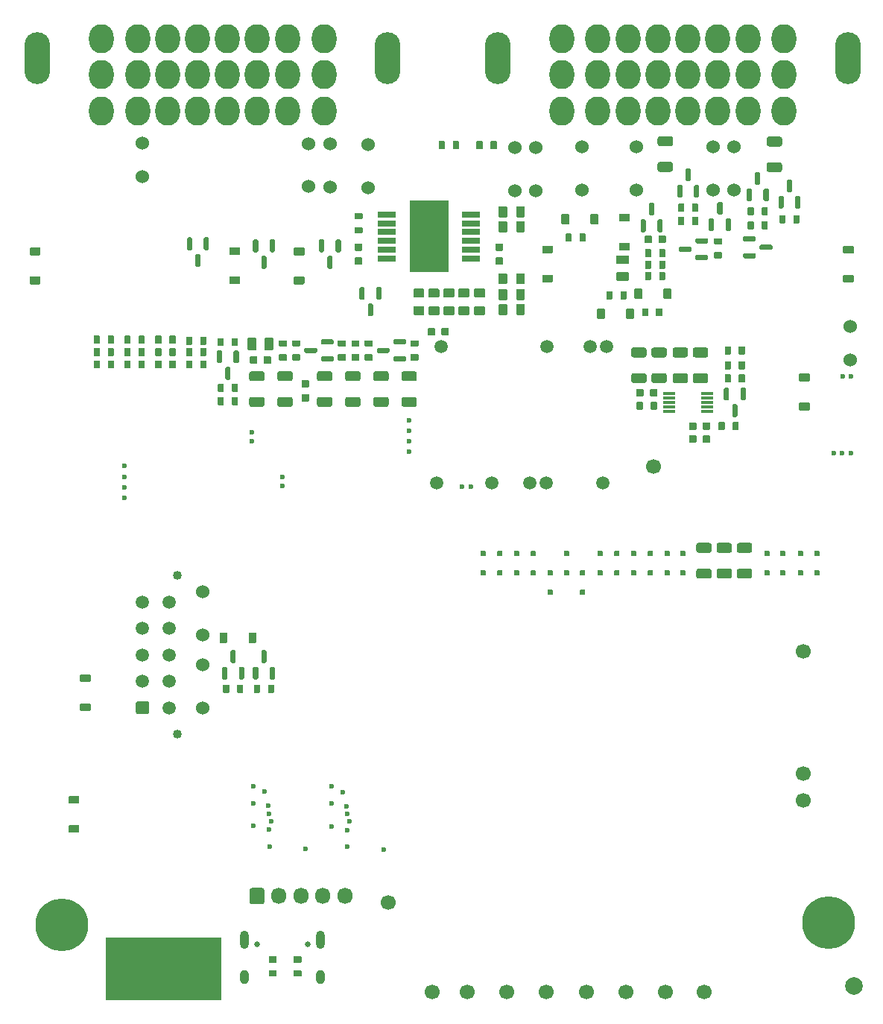
<source format=gbs>
G04 #@! TF.GenerationSoftware,KiCad,Pcbnew,7.0.11-7.0.11~ubuntu22.04.1*
G04 #@! TF.CreationDate,2024-04-14T22:11:57+00:00*
G04 #@! TF.ProjectId,alphax_4ch,616c7068-6178-45f3-9463-682e6b696361,i*
G04 #@! TF.SameCoordinates,PX141f5e0PYa2cace0*
G04 #@! TF.FileFunction,Soldermask,Bot*
G04 #@! TF.FilePolarity,Negative*
%FSLAX46Y46*%
G04 Gerber Fmt 4.6, Leading zero omitted, Abs format (unit mm)*
G04 Created by KiCad (PCBNEW 7.0.11-7.0.11~ubuntu22.04.1) date 2024-04-14 22:11:57*
%MOMM*%
%LPD*%
G01*
G04 APERTURE LIST*
%ADD10C,0.120000*%
%ADD11C,1.700000*%
%ADD12C,1.524000*%
%ADD13C,6.000000*%
%ADD14O,1.700000X1.850000*%
%ADD15O,2.900000X5.900000*%
%ADD16O,2.800000X3.300000*%
%ADD17C,0.650000*%
%ADD18O,1.000000X2.100000*%
%ADD19O,1.000000X1.600000*%
%ADD20C,1.020000*%
%ADD21C,1.500000*%
%ADD22C,0.600000*%
%ADD23C,0.599999*%
%ADD24R,2.000000X0.650000*%
%ADD25R,4.500000X8.100000*%
%ADD26R,1.400000X0.300000*%
%ADD27C,2.000000*%
G04 APERTURE END LIST*
G04 #@! TO.C,U4*
D10*
X22850000Y200000D02*
X9850000Y200000D01*
X9850000Y7200000D01*
X22850000Y7200000D01*
X22850000Y200000D01*
G36*
X22850000Y200000D02*
G01*
X9850000Y200000D01*
X9850000Y7200000D01*
X22850000Y7200000D01*
X22850000Y200000D01*
G37*
G04 #@! TD*
D11*
G04 #@! TO.C,P18*
X89100000Y39700000D03*
G04 #@! TD*
D12*
G04 #@! TO.C,F10*
X20840000Y33250000D03*
X20840000Y38150000D03*
G04 #@! TD*
D11*
G04 #@! TO.C,P23*
X59900000Y1000000D03*
G04 #@! TD*
D13*
G04 #@! TO.C,J8*
X4803000Y8619000D03*
G04 #@! TD*
G04 #@! TO.C,J5*
G36*
G01*
X26150000Y11225000D02*
X26150000Y12575000D01*
G75*
G02*
X26400000Y12825000I250000J0D01*
G01*
X27600000Y12825000D01*
G75*
G02*
X27850000Y12575000I0J-250000D01*
G01*
X27850000Y11225000D01*
G75*
G02*
X27600000Y10975000I-250000J0D01*
G01*
X26400000Y10975000D01*
G75*
G02*
X26150000Y11225000I0J250000D01*
G01*
G37*
D14*
X29500000Y11900000D03*
X32000000Y11900000D03*
X34500000Y11900000D03*
X37000000Y11900000D03*
G04 #@! TD*
D12*
G04 #@! TO.C,F4*
X63950000Y97000000D03*
X63950000Y92100000D03*
G04 #@! TD*
G04 #@! TO.C,R91*
X94400000Y72795000D03*
X94400000Y76605000D03*
G04 #@! TD*
D15*
G04 #@! TO.C,P2*
X2050000Y107100000D03*
X41850000Y107100000D03*
D16*
X9350000Y101100000D03*
X13450000Y101100000D03*
X16850000Y101100000D03*
X20250000Y101100000D03*
X23650000Y101100000D03*
X27050000Y101100000D03*
X30500000Y101100000D03*
X34600000Y101100000D03*
X9350000Y105250000D03*
X13450000Y105250000D03*
X16850000Y105250000D03*
X20250000Y105250000D03*
X23650000Y105250000D03*
X27050000Y105250000D03*
X30500000Y105250000D03*
X34600000Y105250000D03*
X9350000Y109300000D03*
X13450000Y109300000D03*
X16850000Y109300000D03*
X20250000Y109300000D03*
X23650000Y109300000D03*
X27050000Y109300000D03*
X30500000Y109300000D03*
X34600000Y109300000D03*
G04 #@! TD*
D11*
G04 #@! TO.C,P19*
X41900000Y11200000D03*
G04 #@! TD*
G04 #@! TO.C,P26*
X64400000Y1000000D03*
G04 #@! TD*
D17*
G04 #@! TO.C,J1*
X27010000Y6420000D03*
X32790000Y6420000D03*
D18*
X25580000Y6920000D03*
D19*
X25580000Y2740000D03*
D18*
X34220000Y6920000D03*
D19*
X34220000Y2740000D03*
G04 #@! TD*
D11*
G04 #@! TO.C,P16*
X89100000Y22800000D03*
G04 #@! TD*
G04 #@! TO.C,P21*
X50900000Y1000000D03*
G04 #@! TD*
G04 #@! TO.C,P24*
X46900000Y1000000D03*
G04 #@! TD*
G04 #@! TO.C,P28*
X77800000Y1000000D03*
G04 #@! TD*
D20*
G04 #@! TO.C,J6*
X17940000Y30300000D03*
X17940000Y48300000D03*
G36*
G01*
X14499999Y32550000D02*
X13500001Y32550000D01*
G75*
G02*
X13250000Y32800001I0J250001D01*
G01*
X13250000Y33799999D01*
G75*
G02*
X13500001Y34050000I250001J0D01*
G01*
X14499999Y34050000D01*
G75*
G02*
X14750000Y33799999I0J-250001D01*
G01*
X14750000Y32800001D01*
G75*
G02*
X14499999Y32550000I-250001J0D01*
G01*
G37*
D21*
X14000000Y36300000D03*
X14000000Y39300000D03*
X14000000Y42300000D03*
X14000000Y45300000D03*
X17000000Y33300000D03*
X17000000Y36300000D03*
X17000000Y39300000D03*
X17000000Y42300000D03*
X17000000Y45300000D03*
G04 #@! TD*
D11*
G04 #@! TO.C,P27*
X73400000Y1000000D03*
G04 #@! TD*
D21*
G04 #@! TO.C,M1*
X66300000Y58825005D03*
X59900003Y58825005D03*
X58000000Y58825005D03*
X53700000Y58825005D03*
D22*
X51300003Y58375006D03*
X50300002Y58375006D03*
D21*
X47450000Y58825005D03*
X66750002Y74325002D03*
X64900003Y74325002D03*
X59950000Y74325002D03*
X47900002Y74325002D03*
G04 #@! TD*
D22*
G04 #@! TO.C,M3*
X11975000Y59550000D03*
X11975000Y60750000D03*
X11975000Y58350000D03*
X11975000Y57150000D03*
X26400000Y63610000D03*
X26400000Y64610000D03*
G04 #@! TD*
D12*
G04 #@! TO.C,F7*
X32900000Y97399979D03*
X32900000Y92499979D03*
G04 #@! TD*
G04 #@! TO.C,R56*
X14000000Y93645000D03*
X14000000Y97455000D03*
G04 #@! TD*
G04 #@! TO.C,F1*
X81196000Y96995000D03*
X81196000Y92095000D03*
G04 #@! TD*
G04 #@! TO.C,F3*
X70100000Y97000000D03*
X70100000Y92100000D03*
G04 #@! TD*
D11*
G04 #@! TO.C,P22*
X55400000Y1000000D03*
G04 #@! TD*
D13*
G04 #@! TO.C,J7*
X91948000Y8873000D03*
G04 #@! TD*
D12*
G04 #@! TO.C,F8*
X39600000Y97299979D03*
X39600000Y92399979D03*
G04 #@! TD*
D11*
G04 #@! TO.C,P25*
X68900000Y1000000D03*
G04 #@! TD*
D22*
G04 #@! TO.C,M9*
X94474999Y62225000D03*
X93524999Y62225000D03*
X92575001Y62225000D03*
X93574999Y70925000D03*
X94474999Y70925000D03*
G04 #@! TD*
D23*
G04 #@! TO.C,M6*
X37285001Y19400014D03*
X35449991Y19825022D03*
X37499999Y20375019D03*
X37285004Y21249978D03*
X37209997Y22100001D03*
X35449991Y22425017D03*
X36759991Y23724984D03*
X35449991Y24375001D03*
X41375006Y17199998D03*
X37300000Y17500000D03*
G04 #@! TD*
D22*
G04 #@! TO.C,M8*
X44300000Y63587500D03*
X44300000Y62387500D03*
X44300000Y64787500D03*
X44300000Y65987500D03*
X29875000Y59527500D03*
X29875000Y58527500D03*
G04 #@! TD*
D12*
G04 #@! TO.C,F9*
X35350000Y97349979D03*
X35350000Y92449979D03*
G04 #@! TD*
D11*
G04 #@! TO.C,P17*
X89100000Y25800000D03*
G04 #@! TD*
D15*
G04 #@! TO.C,P1*
X54350000Y107100000D03*
X94150000Y107100000D03*
D16*
X61650000Y101100000D03*
X65750000Y101100000D03*
X69150000Y101100000D03*
X72550000Y101100000D03*
X75950000Y101100000D03*
X79350000Y101100000D03*
X82800000Y101100000D03*
X86900000Y101100000D03*
X61650000Y105250000D03*
X65750000Y105250000D03*
X69150000Y105250000D03*
X72550000Y105250000D03*
X75950000Y105250000D03*
X79350000Y105250000D03*
X82800000Y105250000D03*
X86900000Y105250000D03*
X61650000Y109300000D03*
X65750000Y109300000D03*
X69150000Y109300000D03*
X72550000Y109300000D03*
X75950000Y109300000D03*
X79350000Y109300000D03*
X82800000Y109300000D03*
X86900000Y109300000D03*
G04 #@! TD*
D12*
G04 #@! TO.C,F6*
X56300000Y96900000D03*
X56300000Y92000000D03*
G04 #@! TD*
D23*
G04 #@! TO.C,M2*
X28405111Y19436868D03*
X26570101Y19861876D03*
X28620109Y20411873D03*
X28405114Y21286832D03*
X28330107Y22136855D03*
X26570101Y22461871D03*
X27880101Y23761838D03*
X26570101Y24411855D03*
X32495116Y17236852D03*
X28420110Y17536854D03*
G04 #@! TD*
D11*
G04 #@! TO.C,P4*
X72100000Y60700000D03*
G04 #@! TD*
D12*
G04 #@! TO.C,F5*
X58650000Y96945000D03*
X58650000Y92045000D03*
G04 #@! TD*
G04 #@! TO.C,F11*
X20840000Y41550000D03*
X20840000Y46450000D03*
G04 #@! TD*
G04 #@! TO.C,F2*
X78800000Y97045000D03*
X78800000Y92145000D03*
G04 #@! TD*
G04 #@! TO.C,Q28*
G36*
G01*
X77100000Y91225000D02*
X76800000Y91225000D01*
G75*
G02*
X76650000Y91375000I0J150000D01*
G01*
X76650000Y92550000D01*
G75*
G02*
X76800000Y92700000I150000J0D01*
G01*
X77100000Y92700000D01*
G75*
G02*
X77250000Y92550000I0J-150000D01*
G01*
X77250000Y91375000D01*
G75*
G02*
X77100000Y91225000I-150000J0D01*
G01*
G37*
G36*
G01*
X76150000Y93100000D02*
X75850000Y93100000D01*
G75*
G02*
X75700000Y93250000I0J150000D01*
G01*
X75700000Y94425000D01*
G75*
G02*
X75850000Y94575000I150000J0D01*
G01*
X76150000Y94575000D01*
G75*
G02*
X76300000Y94425000I0J-150000D01*
G01*
X76300000Y93250000D01*
G75*
G02*
X76150000Y93100000I-150000J0D01*
G01*
G37*
G36*
G01*
X75200000Y91225000D02*
X74900000Y91225000D01*
G75*
G02*
X74750000Y91375000I0J150000D01*
G01*
X74750000Y92550000D01*
G75*
G02*
X74900000Y92700000I150000J0D01*
G01*
X75200000Y92700000D01*
G75*
G02*
X75350000Y92550000I0J-150000D01*
G01*
X75350000Y91375000D01*
G75*
G02*
X75200000Y91225000I-150000J0D01*
G01*
G37*
G04 #@! TD*
G04 #@! TO.C,R15*
G36*
G01*
X72450000Y67990000D02*
X72450000Y67210000D01*
G75*
G02*
X72380000Y67140000I-70000J0D01*
G01*
X71820000Y67140000D01*
G75*
G02*
X71750000Y67210000I0J70000D01*
G01*
X71750000Y67990000D01*
G75*
G02*
X71820000Y68060000I70000J0D01*
G01*
X72380000Y68060000D01*
G75*
G02*
X72450000Y67990000I0J-70000D01*
G01*
G37*
G36*
G01*
X70850000Y67990000D02*
X70850000Y67210000D01*
G75*
G02*
X70780000Y67140000I-70000J0D01*
G01*
X70220000Y67140000D01*
G75*
G02*
X70150000Y67210000I0J70000D01*
G01*
X70150000Y67990000D01*
G75*
G02*
X70220000Y68060000I70000J0D01*
G01*
X70780000Y68060000D01*
G75*
G02*
X70850000Y67990000I0J-70000D01*
G01*
G37*
G04 #@! TD*
G04 #@! TO.C,R1137*
G36*
G01*
X22550000Y74447500D02*
X22550000Y75227500D01*
G75*
G02*
X22620000Y75297500I70000J0D01*
G01*
X23180000Y75297500D01*
G75*
G02*
X23250000Y75227500I0J-70000D01*
G01*
X23250000Y74447500D01*
G75*
G02*
X23180000Y74377500I-70000J0D01*
G01*
X22620000Y74377500D01*
G75*
G02*
X22550000Y74447500I0J70000D01*
G01*
G37*
G36*
G01*
X24150000Y74447500D02*
X24150000Y75227500D01*
G75*
G02*
X24220000Y75297500I70000J0D01*
G01*
X24780000Y75297500D01*
G75*
G02*
X24850000Y75227500I0J-70000D01*
G01*
X24850000Y74447500D01*
G75*
G02*
X24780000Y74377500I-70000J0D01*
G01*
X24220000Y74377500D01*
G75*
G02*
X24150000Y74447500I0J70000D01*
G01*
G37*
G04 #@! TD*
G04 #@! TO.C,R8*
G36*
G01*
X38935290Y87190000D02*
X38155290Y87190000D01*
G75*
G02*
X38085290Y87260000I0J70000D01*
G01*
X38085290Y87820000D01*
G75*
G02*
X38155290Y87890000I70000J0D01*
G01*
X38935290Y87890000D01*
G75*
G02*
X39005290Y87820000I0J-70000D01*
G01*
X39005290Y87260000D01*
G75*
G02*
X38935290Y87190000I-70000J0D01*
G01*
G37*
G36*
G01*
X38935290Y88790000D02*
X38155290Y88790000D01*
G75*
G02*
X38085290Y88860000I0J70000D01*
G01*
X38085290Y89420000D01*
G75*
G02*
X38155290Y89490000I70000J0D01*
G01*
X38935290Y89490000D01*
G75*
G02*
X39005290Y89420000I0J-70000D01*
G01*
X39005290Y88860000D01*
G75*
G02*
X38935290Y88790000I-70000J0D01*
G01*
G37*
G04 #@! TD*
G04 #@! TO.C,C18*
G36*
G01*
X28625000Y73140000D02*
X28625000Y72460000D01*
G75*
G02*
X28540000Y72375000I-85000J0D01*
G01*
X27860000Y72375000D01*
G75*
G02*
X27775000Y72460000I0J85000D01*
G01*
X27775000Y73140000D01*
G75*
G02*
X27860000Y73225000I85000J0D01*
G01*
X28540000Y73225000D01*
G75*
G02*
X28625000Y73140000I0J-85000D01*
G01*
G37*
G36*
G01*
X27044998Y73140000D02*
X27044998Y72460000D01*
G75*
G02*
X26959998Y72375000I-85000J0D01*
G01*
X26279998Y72375000D01*
G75*
G02*
X26194998Y72460000I0J85000D01*
G01*
X26194998Y73140000D01*
G75*
G02*
X26279998Y73225000I85000J0D01*
G01*
X26959998Y73225000D01*
G75*
G02*
X27044998Y73140000I0J-85000D01*
G01*
G37*
G04 #@! TD*
G04 #@! TO.C,C48*
G36*
G01*
X57445290Y80765000D02*
X57445290Y79715000D01*
G75*
G02*
X57345290Y79615000I-100000J0D01*
G01*
X56545290Y79615000D01*
G75*
G02*
X56445290Y79715000I0J100000D01*
G01*
X56445290Y80765000D01*
G75*
G02*
X56545290Y80865000I100000J0D01*
G01*
X57345290Y80865000D01*
G75*
G02*
X57445290Y80765000I0J-100000D01*
G01*
G37*
G36*
G01*
X55445290Y80765000D02*
X55445290Y79715000D01*
G75*
G02*
X55345290Y79615000I-100000J0D01*
G01*
X54545290Y79615000D01*
G75*
G02*
X54445290Y79715000I0J100000D01*
G01*
X54445290Y80765000D01*
G75*
G02*
X54545290Y80865000I100000J0D01*
G01*
X55345290Y80865000D01*
G75*
G02*
X55445290Y80765000I0J-100000D01*
G01*
G37*
G04 #@! TD*
G04 #@! TO.C,R29*
G36*
G01*
X80150000Y70310000D02*
X80150000Y71090000D01*
G75*
G02*
X80220000Y71160000I70000J0D01*
G01*
X80780000Y71160000D01*
G75*
G02*
X80850000Y71090000I0J-70000D01*
G01*
X80850000Y70310000D01*
G75*
G02*
X80780000Y70240000I-70000J0D01*
G01*
X80220000Y70240000D01*
G75*
G02*
X80150000Y70310000I0J70000D01*
G01*
G37*
G36*
G01*
X81750000Y70310000D02*
X81750000Y71090000D01*
G75*
G02*
X81820000Y71160000I70000J0D01*
G01*
X82380000Y71160000D01*
G75*
G02*
X82450000Y71090000I0J-70000D01*
G01*
X82450000Y70310000D01*
G75*
G02*
X82380000Y70240000I-70000J0D01*
G01*
X81820000Y70240000D01*
G75*
G02*
X81750000Y70310000I0J70000D01*
G01*
G37*
G04 #@! TD*
G04 #@! TO.C,C3*
G36*
G01*
X38205290Y86055001D02*
X38885290Y86055001D01*
G75*
G02*
X38970290Y85970001I0J-85000D01*
G01*
X38970290Y85290001D01*
G75*
G02*
X38885290Y85205001I-85000J0D01*
G01*
X38205290Y85205001D01*
G75*
G02*
X38120290Y85290001I0J85000D01*
G01*
X38120290Y85970001D01*
G75*
G02*
X38205290Y86055001I85000J0D01*
G01*
G37*
G36*
G01*
X38205290Y84474999D02*
X38885290Y84474999D01*
G75*
G02*
X38970290Y84389999I0J-85000D01*
G01*
X38970290Y83709999D01*
G75*
G02*
X38885290Y83624999I-85000J0D01*
G01*
X38205290Y83624999D01*
G75*
G02*
X38120290Y83709999I0J85000D01*
G01*
X38120290Y84389999D01*
G75*
G02*
X38205290Y84474999I85000J0D01*
G01*
G37*
G04 #@! TD*
G04 #@! TO.C,D46*
G36*
G01*
X56800000Y48840000D02*
X56800000Y48360000D01*
G75*
G02*
X56740000Y48300000I-60000J0D01*
G01*
X56260000Y48300000D01*
G75*
G02*
X56200000Y48360000I0J60000D01*
G01*
X56200000Y48840000D01*
G75*
G02*
X56260000Y48900000I60000J0D01*
G01*
X56740000Y48900000D01*
G75*
G02*
X56800000Y48840000I0J-60000D01*
G01*
G37*
G36*
G01*
X56800000Y51040000D02*
X56800000Y50560000D01*
G75*
G02*
X56740000Y50500000I-60000J0D01*
G01*
X56260000Y50500000D01*
G75*
G02*
X56200000Y50560000I0J60000D01*
G01*
X56200000Y51040000D01*
G75*
G02*
X56260000Y51100000I60000J0D01*
G01*
X56740000Y51100000D01*
G75*
G02*
X56800000Y51040000I0J-60000D01*
G01*
G37*
G04 #@! TD*
G04 #@! TO.C,R87*
G36*
G01*
X11950000Y71910000D02*
X11950000Y72690000D01*
G75*
G02*
X12020000Y72760000I70000J0D01*
G01*
X12580000Y72760000D01*
G75*
G02*
X12650000Y72690000I0J-70000D01*
G01*
X12650000Y71910000D01*
G75*
G02*
X12580000Y71840000I-70000J0D01*
G01*
X12020000Y71840000D01*
G75*
G02*
X11950000Y71910000I0J70000D01*
G01*
G37*
G36*
G01*
X13550000Y71910000D02*
X13550000Y72690000D01*
G75*
G02*
X13620000Y72760000I70000J0D01*
G01*
X14180000Y72760000D01*
G75*
G02*
X14250000Y72690000I0J-70000D01*
G01*
X14250000Y71910000D01*
G75*
G02*
X14180000Y71840000I-70000J0D01*
G01*
X13620000Y71840000D01*
G75*
G02*
X13550000Y71910000I0J70000D01*
G01*
G37*
G04 #@! TD*
G04 #@! TO.C,R82*
G36*
G01*
X11950000Y74710000D02*
X11950000Y75490000D01*
G75*
G02*
X12020000Y75560000I70000J0D01*
G01*
X12580000Y75560000D01*
G75*
G02*
X12650000Y75490000I0J-70000D01*
G01*
X12650000Y74710000D01*
G75*
G02*
X12580000Y74640000I-70000J0D01*
G01*
X12020000Y74640000D01*
G75*
G02*
X11950000Y74710000I0J70000D01*
G01*
G37*
G36*
G01*
X13550000Y74710000D02*
X13550000Y75490000D01*
G75*
G02*
X13620000Y75560000I70000J0D01*
G01*
X14180000Y75560000D01*
G75*
G02*
X14250000Y75490000I0J-70000D01*
G01*
X14250000Y74710000D01*
G75*
G02*
X14180000Y74640000I-70000J0D01*
G01*
X13620000Y74640000D01*
G75*
G02*
X13550000Y74710000I0J70000D01*
G01*
G37*
G04 #@! TD*
G04 #@! TO.C,C7*
G36*
G01*
X76084999Y63460000D02*
X76084999Y64140000D01*
G75*
G02*
X76169999Y64225000I85000J0D01*
G01*
X76849999Y64225000D01*
G75*
G02*
X76934999Y64140000I0J-85000D01*
G01*
X76934999Y63460000D01*
G75*
G02*
X76849999Y63375000I-85000J0D01*
G01*
X76169999Y63375000D01*
G75*
G02*
X76084999Y63460000I0J85000D01*
G01*
G37*
G36*
G01*
X77665001Y63460000D02*
X77665001Y64140000D01*
G75*
G02*
X77750001Y64225000I85000J0D01*
G01*
X78430001Y64225000D01*
G75*
G02*
X78515001Y64140000I0J-85000D01*
G01*
X78515001Y63460000D01*
G75*
G02*
X78430001Y63375000I-85000J0D01*
G01*
X77750001Y63375000D01*
G75*
G02*
X77665001Y63460000I0J85000D01*
G01*
G37*
G04 #@! TD*
G04 #@! TO.C,D49*
G36*
G01*
X69900000Y79815000D02*
X69900000Y80835000D01*
G75*
G02*
X69990000Y80925000I90000J0D01*
G01*
X70710000Y80925000D01*
G75*
G02*
X70800000Y80835000I0J-90000D01*
G01*
X70800000Y79815000D01*
G75*
G02*
X70710000Y79725000I-90000J0D01*
G01*
X69990000Y79725000D01*
G75*
G02*
X69900000Y79815000I0J90000D01*
G01*
G37*
G36*
G01*
X73200000Y79815000D02*
X73200000Y80835000D01*
G75*
G02*
X73290000Y80925000I90000J0D01*
G01*
X74010000Y80925000D01*
G75*
G02*
X74100000Y80835000I0J-90000D01*
G01*
X74100000Y79815000D01*
G75*
G02*
X74010000Y79725000I-90000J0D01*
G01*
X73290000Y79725000D01*
G75*
G02*
X73200000Y79815000I0J90000D01*
G01*
G37*
G04 #@! TD*
G04 #@! TO.C,C20*
G36*
G01*
X48815001Y76340000D02*
X48815001Y75660000D01*
G75*
G02*
X48730001Y75575000I-85000J0D01*
G01*
X48050001Y75575000D01*
G75*
G02*
X47965001Y75660000I0J85000D01*
G01*
X47965001Y76340000D01*
G75*
G02*
X48050001Y76425000I85000J0D01*
G01*
X48730001Y76425000D01*
G75*
G02*
X48815001Y76340000I0J-85000D01*
G01*
G37*
G36*
G01*
X47234999Y76340000D02*
X47234999Y75660000D01*
G75*
G02*
X47149999Y75575000I-85000J0D01*
G01*
X46469999Y75575000D01*
G75*
G02*
X46384999Y75660000I0J85000D01*
G01*
X46384999Y76340000D01*
G75*
G02*
X46469999Y76425000I85000J0D01*
G01*
X47149999Y76425000D01*
G75*
G02*
X47234999Y76340000I0J-85000D01*
G01*
G37*
G04 #@! TD*
G04 #@! TO.C,D1*
G36*
G01*
X60000000Y48360000D02*
X60000000Y48840000D01*
G75*
G02*
X60060000Y48900000I60000J0D01*
G01*
X60540000Y48900000D01*
G75*
G02*
X60600000Y48840000I0J-60000D01*
G01*
X60600000Y48360000D01*
G75*
G02*
X60540000Y48300000I-60000J0D01*
G01*
X60060000Y48300000D01*
G75*
G02*
X60000000Y48360000I0J60000D01*
G01*
G37*
G36*
G01*
X60000000Y46160000D02*
X60000000Y46640000D01*
G75*
G02*
X60060000Y46700000I60000J0D01*
G01*
X60540000Y46700000D01*
G75*
G02*
X60600000Y46640000I0J-60000D01*
G01*
X60600000Y46160000D01*
G75*
G02*
X60540000Y46100000I-60000J0D01*
G01*
X60060000Y46100000D01*
G75*
G02*
X60000000Y46160000I0J60000D01*
G01*
G37*
G04 #@! TD*
G04 #@! TO.C,R21*
G36*
G01*
X83025000Y47975000D02*
X81775000Y47975000D01*
G75*
G02*
X81525000Y48225000I0J250000D01*
G01*
X81525000Y48850000D01*
G75*
G02*
X81775000Y49100000I250000J0D01*
G01*
X83025000Y49100000D01*
G75*
G02*
X83275000Y48850000I0J-250000D01*
G01*
X83275000Y48225000D01*
G75*
G02*
X83025000Y47975000I-250000J0D01*
G01*
G37*
G36*
G01*
X83025000Y50900000D02*
X81775000Y50900000D01*
G75*
G02*
X81525000Y51150000I0J250000D01*
G01*
X81525000Y51775000D01*
G75*
G02*
X81775000Y52025000I250000J0D01*
G01*
X83025000Y52025000D01*
G75*
G02*
X83275000Y51775000I0J-250000D01*
G01*
X83275000Y51150000D01*
G75*
G02*
X83025000Y50900000I-250000J0D01*
G01*
G37*
G04 #@! TD*
G04 #@! TO.C,C1*
G36*
G01*
X54885290Y83624999D02*
X54205290Y83624999D01*
G75*
G02*
X54120290Y83709999I0J85000D01*
G01*
X54120290Y84389999D01*
G75*
G02*
X54205290Y84474999I85000J0D01*
G01*
X54885290Y84474999D01*
G75*
G02*
X54970290Y84389999I0J-85000D01*
G01*
X54970290Y83709999D01*
G75*
G02*
X54885290Y83624999I-85000J0D01*
G01*
G37*
G36*
G01*
X54885290Y85205001D02*
X54205290Y85205001D01*
G75*
G02*
X54120290Y85290001I0J85000D01*
G01*
X54120290Y85970001D01*
G75*
G02*
X54205290Y86055001I85000J0D01*
G01*
X54885290Y86055001D01*
G75*
G02*
X54970290Y85970001I0J-85000D01*
G01*
X54970290Y85290001D01*
G75*
G02*
X54885290Y85205001I-85000J0D01*
G01*
G37*
G04 #@! TD*
G04 #@! TO.C,D23*
G36*
G01*
X19200000Y86737500D02*
X19500000Y86737500D01*
G75*
G02*
X19650000Y86587500I0J-150000D01*
G01*
X19650000Y85412500D01*
G75*
G02*
X19500000Y85262500I-150000J0D01*
G01*
X19200000Y85262500D01*
G75*
G02*
X19050000Y85412500I0J150000D01*
G01*
X19050000Y86587500D01*
G75*
G02*
X19200000Y86737500I150000J0D01*
G01*
G37*
G36*
G01*
X21100000Y86737500D02*
X21400000Y86737500D01*
G75*
G02*
X21550000Y86587500I0J-150000D01*
G01*
X21550000Y85412500D01*
G75*
G02*
X21400000Y85262500I-150000J0D01*
G01*
X21100000Y85262500D01*
G75*
G02*
X20950000Y85412500I0J150000D01*
G01*
X20950000Y86587500D01*
G75*
G02*
X21100000Y86737500I150000J0D01*
G01*
G37*
G36*
G01*
X20150000Y84862500D02*
X20450000Y84862500D01*
G75*
G02*
X20600000Y84712500I0J-150000D01*
G01*
X20600000Y83537500D01*
G75*
G02*
X20450000Y83387500I-150000J0D01*
G01*
X20150000Y83387500D01*
G75*
G02*
X20000000Y83537500I0J150000D01*
G01*
X20000000Y84712500D01*
G75*
G02*
X20150000Y84862500I150000J0D01*
G01*
G37*
G04 #@! TD*
G04 #@! TO.C,R55*
G36*
G01*
X86350000Y88410000D02*
X86350000Y89190000D01*
G75*
G02*
X86420000Y89260000I70000J0D01*
G01*
X86980000Y89260000D01*
G75*
G02*
X87050000Y89190000I0J-70000D01*
G01*
X87050000Y88410000D01*
G75*
G02*
X86980000Y88340000I-70000J0D01*
G01*
X86420000Y88340000D01*
G75*
G02*
X86350000Y88410000I0J70000D01*
G01*
G37*
G36*
G01*
X87950000Y88410000D02*
X87950000Y89190000D01*
G75*
G02*
X88020000Y89260000I70000J0D01*
G01*
X88580000Y89260000D01*
G75*
G02*
X88650000Y89190000I0J-70000D01*
G01*
X88650000Y88410000D01*
G75*
G02*
X88580000Y88340000I-70000J0D01*
G01*
X88020000Y88340000D01*
G75*
G02*
X87950000Y88410000I0J70000D01*
G01*
G37*
G04 #@! TD*
G04 #@! TO.C,R11*
G36*
G01*
X73325000Y70175000D02*
X72075000Y70175000D01*
G75*
G02*
X71825000Y70425000I0J250000D01*
G01*
X71825000Y71050000D01*
G75*
G02*
X72075000Y71300000I250000J0D01*
G01*
X73325000Y71300000D01*
G75*
G02*
X73575000Y71050000I0J-250000D01*
G01*
X73575000Y70425000D01*
G75*
G02*
X73325000Y70175000I-250000J0D01*
G01*
G37*
G36*
G01*
X73325000Y73100000D02*
X72075000Y73100000D01*
G75*
G02*
X71825000Y73350000I0J250000D01*
G01*
X71825000Y73975000D01*
G75*
G02*
X72075000Y74225000I250000J0D01*
G01*
X73325000Y74225000D01*
G75*
G02*
X73575000Y73975000I0J-250000D01*
G01*
X73575000Y73350000D01*
G75*
G02*
X73325000Y73100000I-250000J0D01*
G01*
G37*
G04 #@! TD*
G04 #@! TO.C,D6*
G36*
G01*
X87037495Y48841499D02*
X87037495Y48361499D01*
G75*
G02*
X86977495Y48301499I-60000J0D01*
G01*
X86497495Y48301499D01*
G75*
G02*
X86437495Y48361499I0J60000D01*
G01*
X86437495Y48841499D01*
G75*
G02*
X86497495Y48901499I60000J0D01*
G01*
X86977495Y48901499D01*
G75*
G02*
X87037495Y48841499I0J-60000D01*
G01*
G37*
G36*
G01*
X87037495Y51041499D02*
X87037495Y50561499D01*
G75*
G02*
X86977495Y50501499I-60000J0D01*
G01*
X86497495Y50501499D01*
G75*
G02*
X86437495Y50561499I0J60000D01*
G01*
X86437495Y51041499D01*
G75*
G02*
X86497495Y51101499I60000J0D01*
G01*
X86977495Y51101499D01*
G75*
G02*
X87037495Y51041499I0J-60000D01*
G01*
G37*
G04 #@! TD*
G04 #@! TO.C,Q1*
G36*
G01*
X43975000Y75000000D02*
X43975000Y74700000D01*
G75*
G02*
X43825000Y74550000I-150000J0D01*
G01*
X42650000Y74550000D01*
G75*
G02*
X42500000Y74700000I0J150000D01*
G01*
X42500000Y75000000D01*
G75*
G02*
X42650000Y75150000I150000J0D01*
G01*
X43825000Y75150000D01*
G75*
G02*
X43975000Y75000000I0J-150000D01*
G01*
G37*
G36*
G01*
X42100000Y74050000D02*
X42100000Y73750000D01*
G75*
G02*
X41950000Y73600000I-150000J0D01*
G01*
X40775000Y73600000D01*
G75*
G02*
X40625000Y73750000I0J150000D01*
G01*
X40625000Y74050000D01*
G75*
G02*
X40775000Y74200000I150000J0D01*
G01*
X41950000Y74200000D01*
G75*
G02*
X42100000Y74050000I0J-150000D01*
G01*
G37*
G36*
G01*
X43975000Y73100000D02*
X43975000Y72800000D01*
G75*
G02*
X43825000Y72650000I-150000J0D01*
G01*
X42650000Y72650000D01*
G75*
G02*
X42500000Y72800000I0J150000D01*
G01*
X42500000Y73100000D01*
G75*
G02*
X42650000Y73250000I150000J0D01*
G01*
X43825000Y73250000D01*
G75*
G02*
X43975000Y73100000I0J-150000D01*
G01*
G37*
G04 #@! TD*
G04 #@! TO.C,R24*
G36*
G01*
X38525000Y67475000D02*
X37275000Y67475000D01*
G75*
G02*
X37025000Y67725000I0J250000D01*
G01*
X37025000Y68350000D01*
G75*
G02*
X37275000Y68600000I250000J0D01*
G01*
X38525000Y68600000D01*
G75*
G02*
X38775000Y68350000I0J-250000D01*
G01*
X38775000Y67725000D01*
G75*
G02*
X38525000Y67475000I-250000J0D01*
G01*
G37*
G36*
G01*
X38525000Y70400000D02*
X37275000Y70400000D01*
G75*
G02*
X37025000Y70650000I0J250000D01*
G01*
X37025000Y71275000D01*
G75*
G02*
X37275000Y71525000I250000J0D01*
G01*
X38525000Y71525000D01*
G75*
G02*
X38775000Y71275000I0J-250000D01*
G01*
X38775000Y70650000D01*
G75*
G02*
X38525000Y70400000I-250000J0D01*
G01*
G37*
G04 #@! TD*
G04 #@! TO.C,Q19*
G36*
G01*
X85000000Y90825000D02*
X84700000Y90825000D01*
G75*
G02*
X84550000Y90975000I0J150000D01*
G01*
X84550000Y92150000D01*
G75*
G02*
X84700000Y92300000I150000J0D01*
G01*
X85000000Y92300000D01*
G75*
G02*
X85150000Y92150000I0J-150000D01*
G01*
X85150000Y90975000D01*
G75*
G02*
X85000000Y90825000I-150000J0D01*
G01*
G37*
G36*
G01*
X84050000Y92700000D02*
X83750000Y92700000D01*
G75*
G02*
X83600000Y92850000I0J150000D01*
G01*
X83600000Y94025000D01*
G75*
G02*
X83750000Y94175000I150000J0D01*
G01*
X84050000Y94175000D01*
G75*
G02*
X84200000Y94025000I0J-150000D01*
G01*
X84200000Y92850000D01*
G75*
G02*
X84050000Y92700000I-150000J0D01*
G01*
G37*
G36*
G01*
X83100000Y90825000D02*
X82800000Y90825000D01*
G75*
G02*
X82650000Y90975000I0J150000D01*
G01*
X82650000Y92150000D01*
G75*
G02*
X82800000Y92300000I150000J0D01*
G01*
X83100000Y92300000D01*
G75*
G02*
X83250000Y92150000I0J-150000D01*
G01*
X83250000Y90975000D01*
G75*
G02*
X83100000Y90825000I-150000J0D01*
G01*
G37*
G04 #@! TD*
G04 #@! TO.C,R38*
G36*
G01*
X23150000Y35067581D02*
X23150000Y35847581D01*
G75*
G02*
X23220000Y35917581I70000J0D01*
G01*
X23780000Y35917581D01*
G75*
G02*
X23850000Y35847581I0J-70000D01*
G01*
X23850000Y35067581D01*
G75*
G02*
X23780000Y34997581I-70000J0D01*
G01*
X23220000Y34997581D01*
G75*
G02*
X23150000Y35067581I0J70000D01*
G01*
G37*
G36*
G01*
X24750000Y35067581D02*
X24750000Y35847581D01*
G75*
G02*
X24820000Y35917581I70000J0D01*
G01*
X25380000Y35917581D01*
G75*
G02*
X25450000Y35847581I0J-70000D01*
G01*
X25450000Y35067581D01*
G75*
G02*
X25380000Y34997581I-70000J0D01*
G01*
X24820000Y34997581D01*
G75*
G02*
X24750000Y35067581I0J70000D01*
G01*
G37*
G04 #@! TD*
G04 #@! TO.C,D68*
G36*
G01*
X6730000Y19100000D02*
X5710000Y19100000D01*
G75*
G02*
X5620000Y19190000I0J90000D01*
G01*
X5620000Y19910000D01*
G75*
G02*
X5710000Y20000000I90000J0D01*
G01*
X6730000Y20000000D01*
G75*
G02*
X6820000Y19910000I0J-90000D01*
G01*
X6820000Y19190000D01*
G75*
G02*
X6730000Y19100000I-90000J0D01*
G01*
G37*
G36*
G01*
X6730000Y22400000D02*
X5710000Y22400000D01*
G75*
G02*
X5620000Y22490000I0J90000D01*
G01*
X5620000Y23210000D01*
G75*
G02*
X5710000Y23300000I90000J0D01*
G01*
X6730000Y23300000D01*
G75*
G02*
X6820000Y23210000I0J-90000D01*
G01*
X6820000Y22490000D01*
G75*
G02*
X6730000Y22400000I-90000J0D01*
G01*
G37*
G04 #@! TD*
G04 #@! TO.C,D22*
G36*
G01*
X58687498Y48841498D02*
X58687498Y48361498D01*
G75*
G02*
X58627498Y48301498I-60000J0D01*
G01*
X58147498Y48301498D01*
G75*
G02*
X58087498Y48361498I0J60000D01*
G01*
X58087498Y48841498D01*
G75*
G02*
X58147498Y48901498I60000J0D01*
G01*
X58627498Y48901498D01*
G75*
G02*
X58687498Y48841498I0J-60000D01*
G01*
G37*
G36*
G01*
X58687498Y51041498D02*
X58687498Y50561498D01*
G75*
G02*
X58627498Y50501498I-60000J0D01*
G01*
X58147498Y50501498D01*
G75*
G02*
X58087498Y50561498I0J60000D01*
G01*
X58087498Y51041498D01*
G75*
G02*
X58147498Y51101498I60000J0D01*
G01*
X58627498Y51101498D01*
G75*
G02*
X58687498Y51041498I0J-60000D01*
G01*
G37*
G04 #@! TD*
G04 #@! TO.C,R1112*
G36*
G01*
X70750000Y77835000D02*
X70750000Y78615000D01*
G75*
G02*
X70820000Y78685000I70000J0D01*
G01*
X71380000Y78685000D01*
G75*
G02*
X71450000Y78615000I0J-70000D01*
G01*
X71450000Y77835000D01*
G75*
G02*
X71380000Y77765000I-70000J0D01*
G01*
X70820000Y77765000D01*
G75*
G02*
X70750000Y77835000I0J70000D01*
G01*
G37*
G36*
G01*
X72350000Y77835000D02*
X72350000Y78615000D01*
G75*
G02*
X72420000Y78685000I70000J0D01*
G01*
X72980000Y78685000D01*
G75*
G02*
X73050000Y78615000I0J-70000D01*
G01*
X73050000Y77835000D01*
G75*
G02*
X72980000Y77765000I-70000J0D01*
G01*
X72420000Y77765000D01*
G75*
G02*
X72350000Y77835000I0J70000D01*
G01*
G37*
G04 #@! TD*
G04 #@! TO.C,R32*
G36*
G01*
X82450000Y72590000D02*
X82450000Y71810000D01*
G75*
G02*
X82380000Y71740000I-70000J0D01*
G01*
X81820000Y71740000D01*
G75*
G02*
X81750000Y71810000I0J70000D01*
G01*
X81750000Y72590000D01*
G75*
G02*
X81820000Y72660000I70000J0D01*
G01*
X82380000Y72660000D01*
G75*
G02*
X82450000Y72590000I0J-70000D01*
G01*
G37*
G36*
G01*
X80850000Y72590000D02*
X80850000Y71810000D01*
G75*
G02*
X80780000Y71740000I-70000J0D01*
G01*
X80220000Y71740000D01*
G75*
G02*
X80150000Y71810000I0J70000D01*
G01*
X80150000Y72590000D01*
G75*
G02*
X80220000Y72660000I70000J0D01*
G01*
X80780000Y72660000D01*
G75*
G02*
X80850000Y72590000I0J-70000D01*
G01*
G37*
G04 #@! TD*
G04 #@! TO.C,C6*
G36*
G01*
X76084999Y64960000D02*
X76084999Y65640000D01*
G75*
G02*
X76169999Y65725000I85000J0D01*
G01*
X76849999Y65725000D01*
G75*
G02*
X76934999Y65640000I0J-85000D01*
G01*
X76934999Y64960000D01*
G75*
G02*
X76849999Y64875000I-85000J0D01*
G01*
X76169999Y64875000D01*
G75*
G02*
X76084999Y64960000I0J85000D01*
G01*
G37*
G36*
G01*
X77665001Y64960000D02*
X77665001Y65640000D01*
G75*
G02*
X77750001Y65725000I85000J0D01*
G01*
X78430001Y65725000D01*
G75*
G02*
X78515001Y65640000I0J-85000D01*
G01*
X78515001Y64960000D01*
G75*
G02*
X78430001Y64875000I-85000J0D01*
G01*
X77750001Y64875000D01*
G75*
G02*
X77665001Y64960000I0J85000D01*
G01*
G37*
G04 #@! TD*
G04 #@! TO.C,D65*
G36*
G01*
X89715000Y67075000D02*
X88695000Y67075000D01*
G75*
G02*
X88605000Y67165000I0J90000D01*
G01*
X88605000Y67885000D01*
G75*
G02*
X88695000Y67975000I90000J0D01*
G01*
X89715000Y67975000D01*
G75*
G02*
X89805000Y67885000I0J-90000D01*
G01*
X89805000Y67165000D01*
G75*
G02*
X89715000Y67075000I-90000J0D01*
G01*
G37*
G36*
G01*
X89715000Y70375000D02*
X88695000Y70375000D01*
G75*
G02*
X88605000Y70465000I0J90000D01*
G01*
X88605000Y71185000D01*
G75*
G02*
X88695000Y71275000I90000J0D01*
G01*
X89715000Y71275000D01*
G75*
G02*
X89805000Y71185000I0J-90000D01*
G01*
X89805000Y70465000D01*
G75*
G02*
X89715000Y70375000I-90000J0D01*
G01*
G37*
G04 #@! TD*
G04 #@! TO.C,D42*
G36*
G01*
X72000000Y48840000D02*
X72000000Y48360000D01*
G75*
G02*
X71940000Y48300000I-60000J0D01*
G01*
X71460000Y48300000D01*
G75*
G02*
X71400000Y48360000I0J60000D01*
G01*
X71400000Y48840000D01*
G75*
G02*
X71460000Y48900000I60000J0D01*
G01*
X71940000Y48900000D01*
G75*
G02*
X72000000Y48840000I0J-60000D01*
G01*
G37*
G36*
G01*
X72000000Y51040000D02*
X72000000Y50560000D01*
G75*
G02*
X71940000Y50500000I-60000J0D01*
G01*
X71460000Y50500000D01*
G75*
G02*
X71400000Y50560000I0J60000D01*
G01*
X71400000Y51040000D01*
G75*
G02*
X71460000Y51100000I60000J0D01*
G01*
X71940000Y51100000D01*
G75*
G02*
X72000000Y51040000I0J-60000D01*
G01*
G37*
G04 #@! TD*
G04 #@! TO.C,C4*
G36*
G01*
X72515001Y69440000D02*
X72515001Y68760000D01*
G75*
G02*
X72430001Y68675000I-85000J0D01*
G01*
X71750001Y68675000D01*
G75*
G02*
X71665001Y68760000I0J85000D01*
G01*
X71665001Y69440000D01*
G75*
G02*
X71750001Y69525000I85000J0D01*
G01*
X72430001Y69525000D01*
G75*
G02*
X72515001Y69440000I0J-85000D01*
G01*
G37*
G36*
G01*
X70934999Y69440000D02*
X70934999Y68760000D01*
G75*
G02*
X70849999Y68675000I-85000J0D01*
G01*
X70169999Y68675000D01*
G75*
G02*
X70084999Y68760000I0J85000D01*
G01*
X70084999Y69440000D01*
G75*
G02*
X70169999Y69525000I85000J0D01*
G01*
X70849999Y69525000D01*
G75*
G02*
X70934999Y69440000I0J-85000D01*
G01*
G37*
G04 #@! TD*
G04 #@! TO.C,R88*
G36*
G01*
X15450000Y71910000D02*
X15450000Y72690000D01*
G75*
G02*
X15520000Y72760000I70000J0D01*
G01*
X16080000Y72760000D01*
G75*
G02*
X16150000Y72690000I0J-70000D01*
G01*
X16150000Y71910000D01*
G75*
G02*
X16080000Y71840000I-70000J0D01*
G01*
X15520000Y71840000D01*
G75*
G02*
X15450000Y71910000I0J70000D01*
G01*
G37*
G36*
G01*
X17050000Y71910000D02*
X17050000Y72690000D01*
G75*
G02*
X17120000Y72760000I70000J0D01*
G01*
X17680000Y72760000D01*
G75*
G02*
X17750000Y72690000I0J-70000D01*
G01*
X17750000Y71910000D01*
G75*
G02*
X17680000Y71840000I-70000J0D01*
G01*
X17120000Y71840000D01*
G75*
G02*
X17050000Y71910000I0J70000D01*
G01*
G37*
G04 #@! TD*
G04 #@! TO.C,Q3*
G36*
G01*
X35737500Y75000000D02*
X35737500Y74700000D01*
G75*
G02*
X35587500Y74550000I-150000J0D01*
G01*
X34412500Y74550000D01*
G75*
G02*
X34262500Y74700000I0J150000D01*
G01*
X34262500Y75000000D01*
G75*
G02*
X34412500Y75150000I150000J0D01*
G01*
X35587500Y75150000D01*
G75*
G02*
X35737500Y75000000I0J-150000D01*
G01*
G37*
G36*
G01*
X33862500Y74050000D02*
X33862500Y73750000D01*
G75*
G02*
X33712500Y73600000I-150000J0D01*
G01*
X32537500Y73600000D01*
G75*
G02*
X32387500Y73750000I0J150000D01*
G01*
X32387500Y74050000D01*
G75*
G02*
X32537500Y74200000I150000J0D01*
G01*
X33712500Y74200000D01*
G75*
G02*
X33862500Y74050000I0J-150000D01*
G01*
G37*
G36*
G01*
X35737500Y73100000D02*
X35737500Y72800000D01*
G75*
G02*
X35587500Y72650000I-150000J0D01*
G01*
X34412500Y72650000D01*
G75*
G02*
X34262500Y72800000I0J150000D01*
G01*
X34262500Y73100000D01*
G75*
G02*
X34412500Y73250000I150000J0D01*
G01*
X35587500Y73250000D01*
G75*
G02*
X35737500Y73100000I0J-150000D01*
G01*
G37*
G04 #@! TD*
G04 #@! TO.C,R1127*
G36*
G01*
X38590000Y72750000D02*
X37810000Y72750000D01*
G75*
G02*
X37740000Y72820000I0J70000D01*
G01*
X37740000Y73380000D01*
G75*
G02*
X37810000Y73450000I70000J0D01*
G01*
X38590000Y73450000D01*
G75*
G02*
X38660000Y73380000I0J-70000D01*
G01*
X38660000Y72820000D01*
G75*
G02*
X38590000Y72750000I-70000J0D01*
G01*
G37*
G36*
G01*
X38590000Y74350000D02*
X37810000Y74350000D01*
G75*
G02*
X37740000Y74420000I0J70000D01*
G01*
X37740000Y74980000D01*
G75*
G02*
X37810000Y75050000I70000J0D01*
G01*
X38590000Y75050000D01*
G75*
G02*
X38660000Y74980000I0J-70000D01*
G01*
X38660000Y74420000D01*
G75*
G02*
X38590000Y74350000I-70000J0D01*
G01*
G37*
G04 #@! TD*
G04 #@! TO.C,R34*
G36*
G01*
X74025000Y94175000D02*
X72775000Y94175000D01*
G75*
G02*
X72525000Y94425000I0J250000D01*
G01*
X72525000Y95050000D01*
G75*
G02*
X72775000Y95300000I250000J0D01*
G01*
X74025000Y95300000D01*
G75*
G02*
X74275000Y95050000I0J-250000D01*
G01*
X74275000Y94425000D01*
G75*
G02*
X74025000Y94175000I-250000J0D01*
G01*
G37*
G36*
G01*
X74025000Y97100000D02*
X72775000Y97100000D01*
G75*
G02*
X72525000Y97350000I0J250000D01*
G01*
X72525000Y97975000D01*
G75*
G02*
X72775000Y98225000I250000J0D01*
G01*
X74025000Y98225000D01*
G75*
G02*
X74275000Y97975000I0J-250000D01*
G01*
X74275000Y97350000D01*
G75*
G02*
X74025000Y97100000I-250000J0D01*
G01*
G37*
G04 #@! TD*
G04 #@! TO.C,R41*
G36*
G01*
X45290000Y72750000D02*
X44510000Y72750000D01*
G75*
G02*
X44440000Y72820000I0J70000D01*
G01*
X44440000Y73380000D01*
G75*
G02*
X44510000Y73450000I70000J0D01*
G01*
X45290000Y73450000D01*
G75*
G02*
X45360000Y73380000I0J-70000D01*
G01*
X45360000Y72820000D01*
G75*
G02*
X45290000Y72750000I-70000J0D01*
G01*
G37*
G36*
G01*
X45290000Y74350000D02*
X44510000Y74350000D01*
G75*
G02*
X44440000Y74420000I0J70000D01*
G01*
X44440000Y74980000D01*
G75*
G02*
X44510000Y75050000I70000J0D01*
G01*
X45290000Y75050000D01*
G75*
G02*
X45360000Y74980000I0J-70000D01*
G01*
X45360000Y74420000D01*
G75*
G02*
X45290000Y74350000I-70000J0D01*
G01*
G37*
G04 #@! TD*
G04 #@! TO.C,Q29*
G36*
G01*
X88600000Y89987500D02*
X88300000Y89987500D01*
G75*
G02*
X88150000Y90137500I0J150000D01*
G01*
X88150000Y91312500D01*
G75*
G02*
X88300000Y91462500I150000J0D01*
G01*
X88600000Y91462500D01*
G75*
G02*
X88750000Y91312500I0J-150000D01*
G01*
X88750000Y90137500D01*
G75*
G02*
X88600000Y89987500I-150000J0D01*
G01*
G37*
G36*
G01*
X87650000Y91862500D02*
X87350000Y91862500D01*
G75*
G02*
X87200000Y92012500I0J150000D01*
G01*
X87200000Y93187500D01*
G75*
G02*
X87350000Y93337500I150000J0D01*
G01*
X87650000Y93337500D01*
G75*
G02*
X87800000Y93187500I0J-150000D01*
G01*
X87800000Y92012500D01*
G75*
G02*
X87650000Y91862500I-150000J0D01*
G01*
G37*
G36*
G01*
X86700000Y89987500D02*
X86400000Y89987500D01*
G75*
G02*
X86250000Y90137500I0J150000D01*
G01*
X86250000Y91312500D01*
G75*
G02*
X86400000Y91462500I150000J0D01*
G01*
X86700000Y91462500D01*
G75*
G02*
X86850000Y91312500I0J-150000D01*
G01*
X86850000Y90137500D01*
G75*
G02*
X86700000Y89987500I-150000J0D01*
G01*
G37*
G04 #@! TD*
G04 #@! TO.C,R79*
G36*
G01*
X21250000Y74090000D02*
X21250000Y73310000D01*
G75*
G02*
X21180000Y73240000I-70000J0D01*
G01*
X20620000Y73240000D01*
G75*
G02*
X20550000Y73310000I0J70000D01*
G01*
X20550000Y74090000D01*
G75*
G02*
X20620000Y74160000I70000J0D01*
G01*
X21180000Y74160000D01*
G75*
G02*
X21250000Y74090000I0J-70000D01*
G01*
G37*
G36*
G01*
X19650000Y74090000D02*
X19650000Y73310000D01*
G75*
G02*
X19580000Y73240000I-70000J0D01*
G01*
X19020000Y73240000D01*
G75*
G02*
X18950000Y73310000I0J70000D01*
G01*
X18950000Y74090000D01*
G75*
G02*
X19020000Y74160000I70000J0D01*
G01*
X19580000Y74160000D01*
G75*
G02*
X19650000Y74090000I0J-70000D01*
G01*
G37*
G04 #@! TD*
G04 #@! TO.C,C45*
G36*
G01*
X57445290Y90165000D02*
X57445290Y89115000D01*
G75*
G02*
X57345290Y89015000I-100000J0D01*
G01*
X56545290Y89015000D01*
G75*
G02*
X56445290Y89115000I0J100000D01*
G01*
X56445290Y90165000D01*
G75*
G02*
X56545290Y90265000I100000J0D01*
G01*
X57345290Y90265000D01*
G75*
G02*
X57445290Y90165000I0J-100000D01*
G01*
G37*
G36*
G01*
X55445290Y90165000D02*
X55445290Y89115000D01*
G75*
G02*
X55345290Y89015000I-100000J0D01*
G01*
X54545290Y89015000D01*
G75*
G02*
X54445290Y89115000I0J100000D01*
G01*
X54445290Y90165000D01*
G75*
G02*
X54545290Y90265000I100000J0D01*
G01*
X55345290Y90265000D01*
G75*
G02*
X55445290Y90165000I0J-100000D01*
G01*
G37*
G04 #@! TD*
G04 #@! TO.C,R33*
G36*
G01*
X67925000Y84687501D02*
X69175000Y84687501D01*
G75*
G02*
X69275000Y84587501I0J-100000D01*
G01*
X69275000Y83787501D01*
G75*
G02*
X69175000Y83687501I-100000J0D01*
G01*
X67925000Y83687501D01*
G75*
G02*
X67825000Y83787501I0J100000D01*
G01*
X67825000Y84587501D01*
G75*
G02*
X67925000Y84687501I100000J0D01*
G01*
G37*
G36*
G01*
X67925000Y82787479D02*
X69175000Y82787479D01*
G75*
G02*
X69275000Y82687479I0J-100000D01*
G01*
X69275000Y81887479D01*
G75*
G02*
X69175000Y81787479I-100000J0D01*
G01*
X67925000Y81787479D01*
G75*
G02*
X67825000Y81887479I0J100000D01*
G01*
X67825000Y82687479D01*
G75*
G02*
X67925000Y82787479I100000J0D01*
G01*
G37*
G04 #@! TD*
G04 #@! TO.C,R81*
G36*
G01*
X17750000Y75490000D02*
X17750000Y74710000D01*
G75*
G02*
X17680000Y74640000I-70000J0D01*
G01*
X17120000Y74640000D01*
G75*
G02*
X17050000Y74710000I0J70000D01*
G01*
X17050000Y75490000D01*
G75*
G02*
X17120000Y75560000I70000J0D01*
G01*
X17680000Y75560000D01*
G75*
G02*
X17750000Y75490000I0J-70000D01*
G01*
G37*
G36*
G01*
X16150000Y75490000D02*
X16150000Y74710000D01*
G75*
G02*
X16080000Y74640000I-70000J0D01*
G01*
X15520000Y74640000D01*
G75*
G02*
X15450000Y74710000I0J70000D01*
G01*
X15450000Y75490000D01*
G75*
G02*
X15520000Y75560000I70000J0D01*
G01*
X16080000Y75560000D01*
G75*
G02*
X16150000Y75490000I0J-70000D01*
G01*
G37*
G04 #@! TD*
G04 #@! TO.C,R1128*
G36*
G01*
X39310000Y75050000D02*
X40090000Y75050000D01*
G75*
G02*
X40160000Y74980000I0J-70000D01*
G01*
X40160000Y74420000D01*
G75*
G02*
X40090000Y74350000I-70000J0D01*
G01*
X39310000Y74350000D01*
G75*
G02*
X39240000Y74420000I0J70000D01*
G01*
X39240000Y74980000D01*
G75*
G02*
X39310000Y75050000I70000J0D01*
G01*
G37*
G36*
G01*
X39310000Y73450000D02*
X40090000Y73450000D01*
G75*
G02*
X40160000Y73380000I0J-70000D01*
G01*
X40160000Y72820000D01*
G75*
G02*
X40090000Y72750000I-70000J0D01*
G01*
X39310000Y72750000D01*
G75*
G02*
X39240000Y72820000I0J70000D01*
G01*
X39240000Y73380000D01*
G75*
G02*
X39310000Y73450000I70000J0D01*
G01*
G37*
G04 #@! TD*
G04 #@! TO.C,D19*
G36*
G01*
X34200000Y86512500D02*
X34500000Y86512500D01*
G75*
G02*
X34650000Y86362500I0J-150000D01*
G01*
X34650000Y85187500D01*
G75*
G02*
X34500000Y85037500I-150000J0D01*
G01*
X34200000Y85037500D01*
G75*
G02*
X34050000Y85187500I0J150000D01*
G01*
X34050000Y86362500D01*
G75*
G02*
X34200000Y86512500I150000J0D01*
G01*
G37*
G36*
G01*
X36100000Y86512500D02*
X36400000Y86512500D01*
G75*
G02*
X36550000Y86362500I0J-150000D01*
G01*
X36550000Y85187500D01*
G75*
G02*
X36400000Y85037500I-150000J0D01*
G01*
X36100000Y85037500D01*
G75*
G02*
X35950000Y85187500I0J150000D01*
G01*
X35950000Y86362500D01*
G75*
G02*
X36100000Y86512500I150000J0D01*
G01*
G37*
G36*
G01*
X35150000Y84637500D02*
X35450000Y84637500D01*
G75*
G02*
X35600000Y84487500I0J-150000D01*
G01*
X35600000Y83312500D01*
G75*
G02*
X35450000Y83162500I-150000J0D01*
G01*
X35150000Y83162500D01*
G75*
G02*
X35000000Y83312500I0J150000D01*
G01*
X35000000Y84487500D01*
G75*
G02*
X35150000Y84637500I150000J0D01*
G01*
G37*
G04 #@! TD*
D24*
G04 #@! TO.C,U7*
X51345290Y89340000D03*
X51345290Y88340000D03*
X51345290Y87340000D03*
X51345290Y86340000D03*
X51345290Y85340000D03*
X51345290Y84340000D03*
X41745290Y84340000D03*
X41745290Y85340000D03*
X41745290Y86340000D03*
X41745290Y87340000D03*
X41745290Y88340000D03*
X41745290Y89340000D03*
D25*
X46545290Y86840000D03*
G04 #@! TD*
G04 #@! TO.C,R1140*
G36*
G01*
X24850000Y68527500D02*
X24850000Y67747500D01*
G75*
G02*
X24780000Y67677500I-70000J0D01*
G01*
X24220000Y67677500D01*
G75*
G02*
X24150000Y67747500I0J70000D01*
G01*
X24150000Y68527500D01*
G75*
G02*
X24220000Y68597500I70000J0D01*
G01*
X24780000Y68597500D01*
G75*
G02*
X24850000Y68527500I0J-70000D01*
G01*
G37*
G36*
G01*
X23250000Y68527500D02*
X23250000Y67747500D01*
G75*
G02*
X23180000Y67677500I-70000J0D01*
G01*
X22620000Y67677500D01*
G75*
G02*
X22550000Y67747500I0J70000D01*
G01*
X22550000Y68527500D01*
G75*
G02*
X22620000Y68597500I70000J0D01*
G01*
X23180000Y68597500D01*
G75*
G02*
X23250000Y68527500I0J-70000D01*
G01*
G37*
G04 #@! TD*
G04 #@! TO.C,R1135*
G36*
G01*
X44925000Y67475000D02*
X43675000Y67475000D01*
G75*
G02*
X43425000Y67725000I0J250000D01*
G01*
X43425000Y68350000D01*
G75*
G02*
X43675000Y68600000I250000J0D01*
G01*
X44925000Y68600000D01*
G75*
G02*
X45175000Y68350000I0J-250000D01*
G01*
X45175000Y67725000D01*
G75*
G02*
X44925000Y67475000I-250000J0D01*
G01*
G37*
G36*
G01*
X44925000Y70400000D02*
X43675000Y70400000D01*
G75*
G02*
X43425000Y70650000I0J250000D01*
G01*
X43425000Y71275000D01*
G75*
G02*
X43675000Y71525000I250000J0D01*
G01*
X44925000Y71525000D01*
G75*
G02*
X45175000Y71275000I0J-250000D01*
G01*
X45175000Y70650000D01*
G75*
G02*
X44925000Y70400000I-250000J0D01*
G01*
G37*
G04 #@! TD*
G04 #@! TO.C,D26*
G36*
G01*
X69260000Y85237500D02*
X68240000Y85237500D01*
G75*
G02*
X68150000Y85327500I0J90000D01*
G01*
X68150000Y86047500D01*
G75*
G02*
X68240000Y86137500I90000J0D01*
G01*
X69260000Y86137500D01*
G75*
G02*
X69350000Y86047500I0J-90000D01*
G01*
X69350000Y85327500D01*
G75*
G02*
X69260000Y85237500I-90000J0D01*
G01*
G37*
G36*
G01*
X69260000Y88537500D02*
X68240000Y88537500D01*
G75*
G02*
X68150000Y88627500I0J90000D01*
G01*
X68150000Y89347500D01*
G75*
G02*
X68240000Y89437500I90000J0D01*
G01*
X69260000Y89437500D01*
G75*
G02*
X69350000Y89347500I0J-90000D01*
G01*
X69350000Y88627500D01*
G75*
G02*
X69260000Y88537500I-90000J0D01*
G01*
G37*
G04 #@! TD*
G04 #@! TO.C,R52*
G36*
G01*
X85050000Y88490000D02*
X85050000Y87710000D01*
G75*
G02*
X84980000Y87640000I-70000J0D01*
G01*
X84420000Y87640000D01*
G75*
G02*
X84350000Y87710000I0J70000D01*
G01*
X84350000Y88490000D01*
G75*
G02*
X84420000Y88560000I70000J0D01*
G01*
X84980000Y88560000D01*
G75*
G02*
X85050000Y88490000I0J-70000D01*
G01*
G37*
G36*
G01*
X83450000Y88490000D02*
X83450000Y87710000D01*
G75*
G02*
X83380000Y87640000I-70000J0D01*
G01*
X82820000Y87640000D01*
G75*
G02*
X82750000Y87710000I0J70000D01*
G01*
X82750000Y88490000D01*
G75*
G02*
X82820000Y88560000I70000J0D01*
G01*
X83380000Y88560000D01*
G75*
G02*
X83450000Y88490000I0J-70000D01*
G01*
G37*
G04 #@! TD*
G04 #@! TO.C,R19*
G36*
G01*
X86425000Y94137500D02*
X85175000Y94137500D01*
G75*
G02*
X84925000Y94387500I0J250000D01*
G01*
X84925000Y95012500D01*
G75*
G02*
X85175000Y95262500I250000J0D01*
G01*
X86425000Y95262500D01*
G75*
G02*
X86675000Y95012500I0J-250000D01*
G01*
X86675000Y94387500D01*
G75*
G02*
X86425000Y94137500I-250000J0D01*
G01*
G37*
G36*
G01*
X86425000Y97062500D02*
X85175000Y97062500D01*
G75*
G02*
X84925000Y97312500I0J250000D01*
G01*
X84925000Y97937500D01*
G75*
G02*
X85175000Y98187500I250000J0D01*
G01*
X86425000Y98187500D01*
G75*
G02*
X86675000Y97937500I0J-250000D01*
G01*
X86675000Y97312500D01*
G75*
G02*
X86425000Y97062500I-250000J0D01*
G01*
G37*
G04 #@! TD*
G04 #@! TO.C,R1125*
G36*
G01*
X37052500Y72750000D02*
X36272500Y72750000D01*
G75*
G02*
X36202500Y72820000I0J70000D01*
G01*
X36202500Y73380000D01*
G75*
G02*
X36272500Y73450000I70000J0D01*
G01*
X37052500Y73450000D01*
G75*
G02*
X37122500Y73380000I0J-70000D01*
G01*
X37122500Y72820000D01*
G75*
G02*
X37052500Y72750000I-70000J0D01*
G01*
G37*
G36*
G01*
X37052500Y74350000D02*
X36272500Y74350000D01*
G75*
G02*
X36202500Y74420000I0J70000D01*
G01*
X36202500Y74980000D01*
G75*
G02*
X36272500Y75050000I70000J0D01*
G01*
X37052500Y75050000D01*
G75*
G02*
X37122500Y74980000I0J-70000D01*
G01*
X37122500Y74420000D01*
G75*
G02*
X37052500Y74350000I-70000J0D01*
G01*
G37*
G04 #@! TD*
G04 #@! TO.C,D8*
G36*
G01*
X68200000Y48840000D02*
X68200000Y48360000D01*
G75*
G02*
X68140000Y48300000I-60000J0D01*
G01*
X67660000Y48300000D01*
G75*
G02*
X67600000Y48360000I0J60000D01*
G01*
X67600000Y48840000D01*
G75*
G02*
X67660000Y48900000I60000J0D01*
G01*
X68140000Y48900000D01*
G75*
G02*
X68200000Y48840000I0J-60000D01*
G01*
G37*
G36*
G01*
X68200000Y51040000D02*
X68200000Y50560000D01*
G75*
G02*
X68140000Y50500000I-60000J0D01*
G01*
X67660000Y50500000D01*
G75*
G02*
X67600000Y50560000I0J60000D01*
G01*
X67600000Y51040000D01*
G75*
G02*
X67660000Y51100000I60000J0D01*
G01*
X68140000Y51100000D01*
G75*
G02*
X68200000Y51040000I0J-60000D01*
G01*
G37*
G04 #@! TD*
G04 #@! TO.C,R14*
G36*
G01*
X26650000Y35067581D02*
X26650000Y35847581D01*
G75*
G02*
X26720000Y35917581I70000J0D01*
G01*
X27280000Y35917581D01*
G75*
G02*
X27350000Y35847581I0J-70000D01*
G01*
X27350000Y35067581D01*
G75*
G02*
X27280000Y34997581I-70000J0D01*
G01*
X26720000Y34997581D01*
G75*
G02*
X26650000Y35067581I0J70000D01*
G01*
G37*
G36*
G01*
X28250000Y35067581D02*
X28250000Y35847581D01*
G75*
G02*
X28320000Y35917581I70000J0D01*
G01*
X28880000Y35917581D01*
G75*
G02*
X28950000Y35847581I0J-70000D01*
G01*
X28950000Y35067581D01*
G75*
G02*
X28880000Y34997581I-70000J0D01*
G01*
X28320000Y34997581D01*
G75*
G02*
X28250000Y35067581I0J70000D01*
G01*
G37*
G04 #@! TD*
G04 #@! TO.C,R9*
G36*
G01*
X71025000Y70175000D02*
X69775000Y70175000D01*
G75*
G02*
X69525000Y70425000I0J250000D01*
G01*
X69525000Y71050000D01*
G75*
G02*
X69775000Y71300000I250000J0D01*
G01*
X71025000Y71300000D01*
G75*
G02*
X71275000Y71050000I0J-250000D01*
G01*
X71275000Y70425000D01*
G75*
G02*
X71025000Y70175000I-250000J0D01*
G01*
G37*
G36*
G01*
X71025000Y73100000D02*
X69775000Y73100000D01*
G75*
G02*
X69525000Y73350000I0J250000D01*
G01*
X69525000Y73975000D01*
G75*
G02*
X69775000Y74225000I250000J0D01*
G01*
X71025000Y74225000D01*
G75*
G02*
X71275000Y73975000I0J-250000D01*
G01*
X71275000Y73350000D01*
G75*
G02*
X71025000Y73100000I-250000J0D01*
G01*
G37*
G04 #@! TD*
G04 #@! TO.C,D24*
G36*
G01*
X73900000Y48840000D02*
X73900000Y48360000D01*
G75*
G02*
X73840000Y48300000I-60000J0D01*
G01*
X73360000Y48300000D01*
G75*
G02*
X73300000Y48360000I0J60000D01*
G01*
X73300000Y48840000D01*
G75*
G02*
X73360000Y48900000I60000J0D01*
G01*
X73840000Y48900000D01*
G75*
G02*
X73900000Y48840000I0J-60000D01*
G01*
G37*
G36*
G01*
X73900000Y51040000D02*
X73900000Y50560000D01*
G75*
G02*
X73840000Y50500000I-60000J0D01*
G01*
X73360000Y50500000D01*
G75*
G02*
X73300000Y50560000I0J60000D01*
G01*
X73300000Y51040000D01*
G75*
G02*
X73360000Y51100000I60000J0D01*
G01*
X73840000Y51100000D01*
G75*
G02*
X73900000Y51040000I0J-60000D01*
G01*
G37*
G04 #@! TD*
G04 #@! TO.C,R53*
G36*
G01*
X77150000Y90490000D02*
X77150000Y89710000D01*
G75*
G02*
X77080000Y89640000I-70000J0D01*
G01*
X76520000Y89640000D01*
G75*
G02*
X76450000Y89710000I0J70000D01*
G01*
X76450000Y90490000D01*
G75*
G02*
X76520000Y90560000I70000J0D01*
G01*
X77080000Y90560000D01*
G75*
G02*
X77150000Y90490000I0J-70000D01*
G01*
G37*
G36*
G01*
X75550000Y90490000D02*
X75550000Y89710000D01*
G75*
G02*
X75480000Y89640000I-70000J0D01*
G01*
X74920000Y89640000D01*
G75*
G02*
X74850000Y89710000I0J70000D01*
G01*
X74850000Y90490000D01*
G75*
G02*
X74920000Y90560000I70000J0D01*
G01*
X75480000Y90560000D01*
G75*
G02*
X75550000Y90490000I0J-70000D01*
G01*
G37*
G04 #@! TD*
G04 #@! TO.C,D72*
G36*
G01*
X65800000Y89310000D02*
X65800000Y88290000D01*
G75*
G02*
X65710000Y88200000I-90000J0D01*
G01*
X64990000Y88200000D01*
G75*
G02*
X64900000Y88290000I0J90000D01*
G01*
X64900000Y89310000D01*
G75*
G02*
X64990000Y89400000I90000J0D01*
G01*
X65710000Y89400000D01*
G75*
G02*
X65800000Y89310000I0J-90000D01*
G01*
G37*
G36*
G01*
X62500000Y89310000D02*
X62500000Y88290000D01*
G75*
G02*
X62410000Y88200000I-90000J0D01*
G01*
X61690000Y88200000D01*
G75*
G02*
X61600000Y88290000I0J90000D01*
G01*
X61600000Y89310000D01*
G75*
G02*
X61690000Y89400000I90000J0D01*
G01*
X62410000Y89400000D01*
G75*
G02*
X62500000Y89310000I0J-90000D01*
G01*
G37*
G04 #@! TD*
G04 #@! TO.C,R39*
G36*
G01*
X85050000Y90090000D02*
X85050000Y89310000D01*
G75*
G02*
X84980000Y89240000I-70000J0D01*
G01*
X84420000Y89240000D01*
G75*
G02*
X84350000Y89310000I0J70000D01*
G01*
X84350000Y90090000D01*
G75*
G02*
X84420000Y90160000I70000J0D01*
G01*
X84980000Y90160000D01*
G75*
G02*
X85050000Y90090000I0J-70000D01*
G01*
G37*
G36*
G01*
X83450000Y90090000D02*
X83450000Y89310000D01*
G75*
G02*
X83380000Y89240000I-70000J0D01*
G01*
X82820000Y89240000D01*
G75*
G02*
X82750000Y89310000I0J70000D01*
G01*
X82750000Y90090000D01*
G75*
G02*
X82820000Y90160000I70000J0D01*
G01*
X83380000Y90160000D01*
G75*
G02*
X83450000Y90090000I0J-70000D01*
G01*
G37*
G04 #@! TD*
D26*
G04 #@! TO.C,U1*
X73800000Y67000000D03*
X73800000Y67500000D03*
X73800000Y68000000D03*
X73800000Y68500000D03*
X73800000Y69000000D03*
X78200000Y69000000D03*
X78200000Y68500000D03*
X78200000Y68000000D03*
X78200000Y67500000D03*
X78200000Y67000000D03*
G04 #@! TD*
G04 #@! TO.C,R1126*
G36*
G01*
X35325000Y67475000D02*
X34075000Y67475000D01*
G75*
G02*
X33825000Y67725000I0J250000D01*
G01*
X33825000Y68350000D01*
G75*
G02*
X34075000Y68600000I250000J0D01*
G01*
X35325000Y68600000D01*
G75*
G02*
X35575000Y68350000I0J-250000D01*
G01*
X35575000Y67725000D01*
G75*
G02*
X35325000Y67475000I-250000J0D01*
G01*
G37*
G36*
G01*
X35325000Y70400000D02*
X34075000Y70400000D01*
G75*
G02*
X33825000Y70650000I0J250000D01*
G01*
X33825000Y71275000D01*
G75*
G02*
X34075000Y71525000I250000J0D01*
G01*
X35325000Y71525000D01*
G75*
G02*
X35575000Y71275000I0J-250000D01*
G01*
X35575000Y70650000D01*
G75*
G02*
X35325000Y70400000I-250000J0D01*
G01*
G37*
G04 #@! TD*
G04 #@! TO.C,R1132*
G36*
G01*
X31072500Y75050000D02*
X31852500Y75050000D01*
G75*
G02*
X31922500Y74980000I0J-70000D01*
G01*
X31922500Y74420000D01*
G75*
G02*
X31852500Y74350000I-70000J0D01*
G01*
X31072500Y74350000D01*
G75*
G02*
X31002500Y74420000I0J70000D01*
G01*
X31002500Y74980000D01*
G75*
G02*
X31072500Y75050000I70000J0D01*
G01*
G37*
G36*
G01*
X31072500Y73450000D02*
X31852500Y73450000D01*
G75*
G02*
X31922500Y73380000I0J-70000D01*
G01*
X31922500Y72820000D01*
G75*
G02*
X31852500Y72750000I-70000J0D01*
G01*
X31072500Y72750000D01*
G75*
G02*
X31002500Y72820000I0J70000D01*
G01*
X31002500Y73380000D01*
G75*
G02*
X31072500Y73450000I70000J0D01*
G01*
G37*
G04 #@! TD*
G04 #@! TO.C,D29*
G36*
G01*
X38800000Y81112500D02*
X39100000Y81112500D01*
G75*
G02*
X39250000Y80962500I0J-150000D01*
G01*
X39250000Y79787500D01*
G75*
G02*
X39100000Y79637500I-150000J0D01*
G01*
X38800000Y79637500D01*
G75*
G02*
X38650000Y79787500I0J150000D01*
G01*
X38650000Y80962500D01*
G75*
G02*
X38800000Y81112500I150000J0D01*
G01*
G37*
G36*
G01*
X39750000Y79237500D02*
X40050000Y79237500D01*
G75*
G02*
X40200000Y79087500I0J-150000D01*
G01*
X40200000Y77912500D01*
G75*
G02*
X40050000Y77762500I-150000J0D01*
G01*
X39750000Y77762500D01*
G75*
G02*
X39600000Y77912500I0J150000D01*
G01*
X39600000Y79087500D01*
G75*
G02*
X39750000Y79237500I150000J0D01*
G01*
G37*
G36*
G01*
X40700000Y81112500D02*
X41000000Y81112500D01*
G75*
G02*
X41150000Y80962500I0J-150000D01*
G01*
X41150000Y79787500D01*
G75*
G02*
X41000000Y79637500I-150000J0D01*
G01*
X40700000Y79637500D01*
G75*
G02*
X40550000Y79787500I0J150000D01*
G01*
X40550000Y80962500D01*
G75*
G02*
X40700000Y81112500I150000J0D01*
G01*
G37*
G04 #@! TD*
G04 #@! TO.C,D71*
G36*
G01*
X60530000Y81600000D02*
X59510000Y81600000D01*
G75*
G02*
X59420000Y81690000I0J90000D01*
G01*
X59420000Y82410000D01*
G75*
G02*
X59510000Y82500000I90000J0D01*
G01*
X60530000Y82500000D01*
G75*
G02*
X60620000Y82410000I0J-90000D01*
G01*
X60620000Y81690000D01*
G75*
G02*
X60530000Y81600000I-90000J0D01*
G01*
G37*
G36*
G01*
X60530000Y84900000D02*
X59510000Y84900000D01*
G75*
G02*
X59420000Y84990000I0J90000D01*
G01*
X59420000Y85710000D01*
G75*
G02*
X59510000Y85800000I90000J0D01*
G01*
X60530000Y85800000D01*
G75*
G02*
X60620000Y85710000I0J-90000D01*
G01*
X60620000Y84990000D01*
G75*
G02*
X60530000Y84900000I-90000J0D01*
G01*
G37*
G04 #@! TD*
G04 #@! TO.C,C5*
G36*
G01*
X73465001Y86840000D02*
X73465001Y86160000D01*
G75*
G02*
X73380001Y86075000I-85000J0D01*
G01*
X72700001Y86075000D01*
G75*
G02*
X72615001Y86160000I0J85000D01*
G01*
X72615001Y86840000D01*
G75*
G02*
X72700001Y86925000I85000J0D01*
G01*
X73380001Y86925000D01*
G75*
G02*
X73465001Y86840000I0J-85000D01*
G01*
G37*
G36*
G01*
X71884999Y86840000D02*
X71884999Y86160000D01*
G75*
G02*
X71799999Y86075000I-85000J0D01*
G01*
X71119999Y86075000D01*
G75*
G02*
X71034999Y86160000I0J85000D01*
G01*
X71034999Y86840000D01*
G75*
G02*
X71119999Y86925000I85000J0D01*
G01*
X71799999Y86925000D01*
G75*
G02*
X71884999Y86840000I0J-85000D01*
G01*
G37*
G04 #@! TD*
G04 #@! TO.C,R3*
G36*
G01*
X29190000Y2750000D02*
X28410000Y2750000D01*
G75*
G02*
X28340000Y2820000I0J70000D01*
G01*
X28340000Y3380000D01*
G75*
G02*
X28410000Y3450000I70000J0D01*
G01*
X29190000Y3450000D01*
G75*
G02*
X29260000Y3380000I0J-70000D01*
G01*
X29260000Y2820000D01*
G75*
G02*
X29190000Y2750000I-70000J0D01*
G01*
G37*
G36*
G01*
X29190000Y4350000D02*
X28410000Y4350000D01*
G75*
G02*
X28340000Y4420000I0J70000D01*
G01*
X28340000Y4980000D01*
G75*
G02*
X28410000Y5050000I70000J0D01*
G01*
X29190000Y5050000D01*
G75*
G02*
X29260000Y4980000I0J-70000D01*
G01*
X29260000Y4420000D01*
G75*
G02*
X29190000Y4350000I-70000J0D01*
G01*
G37*
G04 #@! TD*
G04 #@! TO.C,R57*
G36*
G01*
X79010000Y86650000D02*
X79790000Y86650000D01*
G75*
G02*
X79860000Y86580000I0J-70000D01*
G01*
X79860000Y86020000D01*
G75*
G02*
X79790000Y85950000I-70000J0D01*
G01*
X79010000Y85950000D01*
G75*
G02*
X78940000Y86020000I0J70000D01*
G01*
X78940000Y86580000D01*
G75*
G02*
X79010000Y86650000I70000J0D01*
G01*
G37*
G36*
G01*
X79010000Y85050000D02*
X79790000Y85050000D01*
G75*
G02*
X79860000Y84980000I0J-70000D01*
G01*
X79860000Y84420000D01*
G75*
G02*
X79790000Y84350000I-70000J0D01*
G01*
X79010000Y84350000D01*
G75*
G02*
X78940000Y84420000I0J70000D01*
G01*
X78940000Y84980000D01*
G75*
G02*
X79010000Y85050000I70000J0D01*
G01*
G37*
G04 #@! TD*
G04 #@! TO.C,C53*
G36*
G01*
X46575000Y80900000D02*
X47625000Y80900000D01*
G75*
G02*
X47725000Y80800000I0J-100000D01*
G01*
X47725000Y80000000D01*
G75*
G02*
X47625000Y79900000I-100000J0D01*
G01*
X46575000Y79900000D01*
G75*
G02*
X46475000Y80000000I0J100000D01*
G01*
X46475000Y80800000D01*
G75*
G02*
X46575000Y80900000I100000J0D01*
G01*
G37*
G36*
G01*
X46575000Y78900000D02*
X47625000Y78900000D01*
G75*
G02*
X47725000Y78800000I0J-100000D01*
G01*
X47725000Y78000000D01*
G75*
G02*
X47625000Y77900000I-100000J0D01*
G01*
X46575000Y77900000D01*
G75*
G02*
X46475000Y78000000I0J100000D01*
G01*
X46475000Y78800000D01*
G75*
G02*
X46575000Y78900000I100000J0D01*
G01*
G37*
G04 #@! TD*
G04 #@! TO.C,R58*
G36*
G01*
X47650000Y96810000D02*
X47650000Y97590000D01*
G75*
G02*
X47720000Y97660000I70000J0D01*
G01*
X48280000Y97660000D01*
G75*
G02*
X48350000Y97590000I0J-70000D01*
G01*
X48350000Y96810000D01*
G75*
G02*
X48280000Y96740000I-70000J0D01*
G01*
X47720000Y96740000D01*
G75*
G02*
X47650000Y96810000I0J70000D01*
G01*
G37*
G36*
G01*
X49250000Y96810000D02*
X49250000Y97590000D01*
G75*
G02*
X49320000Y97660000I70000J0D01*
G01*
X49880000Y97660000D01*
G75*
G02*
X49950000Y97590000I0J-70000D01*
G01*
X49950000Y96810000D01*
G75*
G02*
X49880000Y96740000I-70000J0D01*
G01*
X49320000Y96740000D01*
G75*
G02*
X49250000Y96810000I0J70000D01*
G01*
G37*
G04 #@! TD*
G04 #@! TO.C,C54*
G36*
G01*
X44875000Y80900000D02*
X45925000Y80900000D01*
G75*
G02*
X46025000Y80800000I0J-100000D01*
G01*
X46025000Y80000000D01*
G75*
G02*
X45925000Y79900000I-100000J0D01*
G01*
X44875000Y79900000D01*
G75*
G02*
X44775000Y80000000I0J100000D01*
G01*
X44775000Y80800000D01*
G75*
G02*
X44875000Y80900000I100000J0D01*
G01*
G37*
G36*
G01*
X44875000Y78900000D02*
X45925000Y78900000D01*
G75*
G02*
X46025000Y78800000I0J-100000D01*
G01*
X46025000Y78000000D01*
G75*
G02*
X45925000Y77900000I-100000J0D01*
G01*
X44875000Y77900000D01*
G75*
G02*
X44775000Y78000000I0J100000D01*
G01*
X44775000Y78800000D01*
G75*
G02*
X44875000Y78900000I100000J0D01*
G01*
G37*
G04 #@! TD*
G04 #@! TO.C,D21*
G36*
G01*
X54887497Y48841498D02*
X54887497Y48361498D01*
G75*
G02*
X54827497Y48301498I-60000J0D01*
G01*
X54347497Y48301498D01*
G75*
G02*
X54287497Y48361498I0J60000D01*
G01*
X54287497Y48841498D01*
G75*
G02*
X54347497Y48901498I60000J0D01*
G01*
X54827497Y48901498D01*
G75*
G02*
X54887497Y48841498I0J-60000D01*
G01*
G37*
G36*
G01*
X54887497Y51041498D02*
X54887497Y50561498D01*
G75*
G02*
X54827497Y50501498I-60000J0D01*
G01*
X54347497Y50501498D01*
G75*
G02*
X54287497Y50561498I0J60000D01*
G01*
X54287497Y51041498D01*
G75*
G02*
X54347497Y51101498I60000J0D01*
G01*
X54827497Y51101498D01*
G75*
G02*
X54887497Y51041498I0J-60000D01*
G01*
G37*
G04 #@! TD*
G04 #@! TO.C,R73*
G36*
G01*
X30825000Y67475000D02*
X29575000Y67475000D01*
G75*
G02*
X29325000Y67725000I0J250000D01*
G01*
X29325000Y68350000D01*
G75*
G02*
X29575000Y68600000I250000J0D01*
G01*
X30825000Y68600000D01*
G75*
G02*
X31075000Y68350000I0J-250000D01*
G01*
X31075000Y67725000D01*
G75*
G02*
X30825000Y67475000I-250000J0D01*
G01*
G37*
G36*
G01*
X30825000Y70400000D02*
X29575000Y70400000D01*
G75*
G02*
X29325000Y70650000I0J250000D01*
G01*
X29325000Y71275000D01*
G75*
G02*
X29575000Y71525000I250000J0D01*
G01*
X30825000Y71525000D01*
G75*
G02*
X31075000Y71275000I0J-250000D01*
G01*
X31075000Y70650000D01*
G75*
G02*
X30825000Y70400000I-250000J0D01*
G01*
G37*
G04 #@! TD*
G04 #@! TO.C,R10*
G36*
G01*
X78025000Y70175000D02*
X76775000Y70175000D01*
G75*
G02*
X76525000Y70425000I0J250000D01*
G01*
X76525000Y71050000D01*
G75*
G02*
X76775000Y71300000I250000J0D01*
G01*
X78025000Y71300000D01*
G75*
G02*
X78275000Y71050000I0J-250000D01*
G01*
X78275000Y70425000D01*
G75*
G02*
X78025000Y70175000I-250000J0D01*
G01*
G37*
G36*
G01*
X78025000Y73100000D02*
X76775000Y73100000D01*
G75*
G02*
X76525000Y73350000I0J250000D01*
G01*
X76525000Y73975000D01*
G75*
G02*
X76775000Y74225000I250000J0D01*
G01*
X78025000Y74225000D01*
G75*
G02*
X78275000Y73975000I0J-250000D01*
G01*
X78275000Y73350000D01*
G75*
G02*
X78025000Y73100000I-250000J0D01*
G01*
G37*
G04 #@! TD*
G04 #@! TO.C,D41*
G36*
G01*
X70100000Y48840000D02*
X70100000Y48360000D01*
G75*
G02*
X70040000Y48300000I-60000J0D01*
G01*
X69560000Y48300000D01*
G75*
G02*
X69500000Y48360000I0J60000D01*
G01*
X69500000Y48840000D01*
G75*
G02*
X69560000Y48900000I60000J0D01*
G01*
X70040000Y48900000D01*
G75*
G02*
X70100000Y48840000I0J-60000D01*
G01*
G37*
G36*
G01*
X70100000Y51040000D02*
X70100000Y50560000D01*
G75*
G02*
X70040000Y50500000I-60000J0D01*
G01*
X69560000Y50500000D01*
G75*
G02*
X69500000Y50560000I0J60000D01*
G01*
X69500000Y51040000D01*
G75*
G02*
X69560000Y51100000I60000J0D01*
G01*
X70040000Y51100000D01*
G75*
G02*
X70100000Y51040000I0J-60000D01*
G01*
G37*
G04 #@! TD*
G04 #@! TO.C,R31*
G36*
G01*
X82450000Y74290000D02*
X82450000Y73510000D01*
G75*
G02*
X82380000Y73440000I-70000J0D01*
G01*
X81820000Y73440000D01*
G75*
G02*
X81750000Y73510000I0J70000D01*
G01*
X81750000Y74290000D01*
G75*
G02*
X81820000Y74360000I70000J0D01*
G01*
X82380000Y74360000D01*
G75*
G02*
X82450000Y74290000I0J-70000D01*
G01*
G37*
G36*
G01*
X80850000Y74290000D02*
X80850000Y73510000D01*
G75*
G02*
X80780000Y73440000I-70000J0D01*
G01*
X80220000Y73440000D01*
G75*
G02*
X80150000Y73510000I0J70000D01*
G01*
X80150000Y74290000D01*
G75*
G02*
X80220000Y74360000I70000J0D01*
G01*
X80780000Y74360000D01*
G75*
G02*
X80850000Y74290000I0J-70000D01*
G01*
G37*
G04 #@! TD*
G04 #@! TO.C,R16*
G36*
G01*
X81750000Y65690000D02*
X81750000Y64910000D01*
G75*
G02*
X81680000Y64840000I-70000J0D01*
G01*
X81120000Y64840000D01*
G75*
G02*
X81050000Y64910000I0J70000D01*
G01*
X81050000Y65690000D01*
G75*
G02*
X81120000Y65760000I70000J0D01*
G01*
X81680000Y65760000D01*
G75*
G02*
X81750000Y65690000I0J-70000D01*
G01*
G37*
G36*
G01*
X80150000Y65690000D02*
X80150000Y64910000D01*
G75*
G02*
X80080000Y64840000I-70000J0D01*
G01*
X79520000Y64840000D01*
G75*
G02*
X79450000Y64910000I0J70000D01*
G01*
X79450000Y65690000D01*
G75*
G02*
X79520000Y65760000I70000J0D01*
G01*
X80080000Y65760000D01*
G75*
G02*
X80150000Y65690000I0J-70000D01*
G01*
G37*
G04 #@! TD*
G04 #@! TO.C,D2*
G36*
G01*
X89049998Y48840001D02*
X89049998Y48360001D01*
G75*
G02*
X88989998Y48300001I-60000J0D01*
G01*
X88509998Y48300001D01*
G75*
G02*
X88449998Y48360001I0J60000D01*
G01*
X88449998Y48840001D01*
G75*
G02*
X88509998Y48900001I60000J0D01*
G01*
X88989998Y48900001D01*
G75*
G02*
X89049998Y48840001I0J-60000D01*
G01*
G37*
G36*
G01*
X89049998Y51040001D02*
X89049998Y50560001D01*
G75*
G02*
X88989998Y50500001I-60000J0D01*
G01*
X88509998Y50500001D01*
G75*
G02*
X88449998Y50560001I0J60000D01*
G01*
X88449998Y51040001D01*
G75*
G02*
X88509998Y51100001I60000J0D01*
G01*
X88989998Y51100001D01*
G75*
G02*
X89049998Y51040001I0J-60000D01*
G01*
G37*
G04 #@! TD*
G04 #@! TO.C,R43*
G36*
G01*
X71100000Y83247500D02*
X71100000Y84027500D01*
G75*
G02*
X71170000Y84097500I70000J0D01*
G01*
X71730000Y84097500D01*
G75*
G02*
X71800000Y84027500I0J-70000D01*
G01*
X71800000Y83247500D01*
G75*
G02*
X71730000Y83177500I-70000J0D01*
G01*
X71170000Y83177500D01*
G75*
G02*
X71100000Y83247500I0J70000D01*
G01*
G37*
G36*
G01*
X72700000Y83247500D02*
X72700000Y84027500D01*
G75*
G02*
X72770000Y84097500I70000J0D01*
G01*
X73330000Y84097500D01*
G75*
G02*
X73400000Y84027500I0J-70000D01*
G01*
X73400000Y83247500D01*
G75*
G02*
X73330000Y83177500I-70000J0D01*
G01*
X72770000Y83177500D01*
G75*
G02*
X72700000Y83247500I0J70000D01*
G01*
G37*
G04 #@! TD*
G04 #@! TO.C,R1129*
G36*
G01*
X30352500Y72750000D02*
X29572500Y72750000D01*
G75*
G02*
X29502500Y72820000I0J70000D01*
G01*
X29502500Y73380000D01*
G75*
G02*
X29572500Y73450000I70000J0D01*
G01*
X30352500Y73450000D01*
G75*
G02*
X30422500Y73380000I0J-70000D01*
G01*
X30422500Y72820000D01*
G75*
G02*
X30352500Y72750000I-70000J0D01*
G01*
G37*
G36*
G01*
X30352500Y74350000D02*
X29572500Y74350000D01*
G75*
G02*
X29502500Y74420000I0J70000D01*
G01*
X29502500Y74980000D01*
G75*
G02*
X29572500Y75050000I70000J0D01*
G01*
X30352500Y75050000D01*
G75*
G02*
X30422500Y74980000I0J-70000D01*
G01*
X30422500Y74420000D01*
G75*
G02*
X30352500Y74350000I-70000J0D01*
G01*
G37*
G04 #@! TD*
G04 #@! TO.C,Q12*
G36*
G01*
X80200000Y69675000D02*
X80500000Y69675000D01*
G75*
G02*
X80650000Y69525000I0J-150000D01*
G01*
X80650000Y68350000D01*
G75*
G02*
X80500000Y68200000I-150000J0D01*
G01*
X80200000Y68200000D01*
G75*
G02*
X80050000Y68350000I0J150000D01*
G01*
X80050000Y69525000D01*
G75*
G02*
X80200000Y69675000I150000J0D01*
G01*
G37*
G36*
G01*
X81150000Y67800000D02*
X81450000Y67800000D01*
G75*
G02*
X81600000Y67650000I0J-150000D01*
G01*
X81600000Y66475000D01*
G75*
G02*
X81450000Y66325000I-150000J0D01*
G01*
X81150000Y66325000D01*
G75*
G02*
X81000000Y66475000I0J150000D01*
G01*
X81000000Y67650000D01*
G75*
G02*
X81150000Y67800000I150000J0D01*
G01*
G37*
G36*
G01*
X82100000Y69675000D02*
X82400000Y69675000D01*
G75*
G02*
X82550000Y69525000I0J-150000D01*
G01*
X82550000Y68350000D01*
G75*
G02*
X82400000Y68200000I-150000J0D01*
G01*
X82100000Y68200000D01*
G75*
G02*
X81950000Y68350000I0J150000D01*
G01*
X81950000Y69525000D01*
G75*
G02*
X82100000Y69675000I150000J0D01*
G01*
G37*
G04 #@! TD*
G04 #@! TO.C,R6*
G36*
G01*
X31990000Y2750000D02*
X31210000Y2750000D01*
G75*
G02*
X31140000Y2820000I0J70000D01*
G01*
X31140000Y3380000D01*
G75*
G02*
X31210000Y3450000I70000J0D01*
G01*
X31990000Y3450000D01*
G75*
G02*
X32060000Y3380000I0J-70000D01*
G01*
X32060000Y2820000D01*
G75*
G02*
X31990000Y2750000I-70000J0D01*
G01*
G37*
G36*
G01*
X31990000Y4350000D02*
X31210000Y4350000D01*
G75*
G02*
X31140000Y4420000I0J70000D01*
G01*
X31140000Y4980000D01*
G75*
G02*
X31210000Y5050000I70000J0D01*
G01*
X31990000Y5050000D01*
G75*
G02*
X32060000Y4980000I0J-70000D01*
G01*
X32060000Y4420000D01*
G75*
G02*
X31990000Y4350000I-70000J0D01*
G01*
G37*
G04 #@! TD*
G04 #@! TO.C,Q2*
G36*
G01*
X28900000Y36482581D02*
X28600000Y36482581D01*
G75*
G02*
X28450000Y36632581I0J150000D01*
G01*
X28450000Y37807581D01*
G75*
G02*
X28600000Y37957581I150000J0D01*
G01*
X28900000Y37957581D01*
G75*
G02*
X29050000Y37807581I0J-150000D01*
G01*
X29050000Y36632581D01*
G75*
G02*
X28900000Y36482581I-150000J0D01*
G01*
G37*
G36*
G01*
X27000000Y36482581D02*
X26700000Y36482581D01*
G75*
G02*
X26550000Y36632581I0J150000D01*
G01*
X26550000Y37807581D01*
G75*
G02*
X26700000Y37957581I150000J0D01*
G01*
X27000000Y37957581D01*
G75*
G02*
X27150000Y37807581I0J-150000D01*
G01*
X27150000Y36632581D01*
G75*
G02*
X27000000Y36482581I-150000J0D01*
G01*
G37*
G36*
G01*
X27950000Y38357581D02*
X27650000Y38357581D01*
G75*
G02*
X27500000Y38507581I0J150000D01*
G01*
X27500000Y39682581D01*
G75*
G02*
X27650000Y39832581I150000J0D01*
G01*
X27950000Y39832581D01*
G75*
G02*
X28100000Y39682581I0J-150000D01*
G01*
X28100000Y38507581D01*
G75*
G02*
X27950000Y38357581I-150000J0D01*
G01*
G37*
G04 #@! TD*
G04 #@! TO.C,D38*
G36*
G01*
X63712502Y48358501D02*
X63712502Y48838501D01*
G75*
G02*
X63772502Y48898501I60000J0D01*
G01*
X64252502Y48898501D01*
G75*
G02*
X64312502Y48838501I0J-60000D01*
G01*
X64312502Y48358501D01*
G75*
G02*
X64252502Y48298501I-60000J0D01*
G01*
X63772502Y48298501D01*
G75*
G02*
X63712502Y48358501I0J60000D01*
G01*
G37*
G36*
G01*
X63712502Y46158501D02*
X63712502Y46638501D01*
G75*
G02*
X63772502Y46698501I60000J0D01*
G01*
X64252502Y46698501D01*
G75*
G02*
X64312502Y46638501I0J-60000D01*
G01*
X64312502Y46158501D01*
G75*
G02*
X64252502Y46098501I-60000J0D01*
G01*
X63772502Y46098501D01*
G75*
G02*
X63712502Y46158501I0J60000D01*
G01*
G37*
G04 #@! TD*
G04 #@! TO.C,D3*
G36*
G01*
X90937495Y48841499D02*
X90937495Y48361499D01*
G75*
G02*
X90877495Y48301499I-60000J0D01*
G01*
X90397495Y48301499D01*
G75*
G02*
X90337495Y48361499I0J60000D01*
G01*
X90337495Y48841499D01*
G75*
G02*
X90397495Y48901499I60000J0D01*
G01*
X90877495Y48901499D01*
G75*
G02*
X90937495Y48841499I0J-60000D01*
G01*
G37*
G36*
G01*
X90937495Y51041499D02*
X90937495Y50561499D01*
G75*
G02*
X90877495Y50501499I-60000J0D01*
G01*
X90397495Y50501499D01*
G75*
G02*
X90337495Y50561499I0J60000D01*
G01*
X90337495Y51041499D01*
G75*
G02*
X90397495Y51101499I60000J0D01*
G01*
X90877495Y51101499D01*
G75*
G02*
X90937495Y51041499I0J-60000D01*
G01*
G37*
G04 #@! TD*
G04 #@! TO.C,D64*
G36*
G01*
X94715000Y81575000D02*
X93695000Y81575000D01*
G75*
G02*
X93605000Y81665000I0J90000D01*
G01*
X93605000Y82385000D01*
G75*
G02*
X93695000Y82475000I90000J0D01*
G01*
X94715000Y82475000D01*
G75*
G02*
X94805000Y82385000I0J-90000D01*
G01*
X94805000Y81665000D01*
G75*
G02*
X94715000Y81575000I-90000J0D01*
G01*
G37*
G36*
G01*
X94715000Y84875000D02*
X93695000Y84875000D01*
G75*
G02*
X93605000Y84965000I0J90000D01*
G01*
X93605000Y85685000D01*
G75*
G02*
X93695000Y85775000I90000J0D01*
G01*
X94715000Y85775000D01*
G75*
G02*
X94805000Y85685000I0J-90000D01*
G01*
X94805000Y84965000D01*
G75*
G02*
X94715000Y84875000I-90000J0D01*
G01*
G37*
G04 #@! TD*
G04 #@! TO.C,Q16*
G36*
G01*
X25400000Y36482581D02*
X25100000Y36482581D01*
G75*
G02*
X24950000Y36632581I0J150000D01*
G01*
X24950000Y37807581D01*
G75*
G02*
X25100000Y37957581I150000J0D01*
G01*
X25400000Y37957581D01*
G75*
G02*
X25550000Y37807581I0J-150000D01*
G01*
X25550000Y36632581D01*
G75*
G02*
X25400000Y36482581I-150000J0D01*
G01*
G37*
G36*
G01*
X23500000Y36482581D02*
X23200000Y36482581D01*
G75*
G02*
X23050000Y36632581I0J150000D01*
G01*
X23050000Y37807581D01*
G75*
G02*
X23200000Y37957581I150000J0D01*
G01*
X23500000Y37957581D01*
G75*
G02*
X23650000Y37807581I0J-150000D01*
G01*
X23650000Y36632581D01*
G75*
G02*
X23500000Y36482581I-150000J0D01*
G01*
G37*
G36*
G01*
X24450000Y38357581D02*
X24150000Y38357581D01*
G75*
G02*
X24000000Y38507581I0J150000D01*
G01*
X24000000Y39682581D01*
G75*
G02*
X24150000Y39832581I150000J0D01*
G01*
X24450000Y39832581D01*
G75*
G02*
X24600000Y39682581I0J-150000D01*
G01*
X24600000Y38507581D01*
G75*
G02*
X24450000Y38357581I-150000J0D01*
G01*
G37*
G04 #@! TD*
G04 #@! TO.C,D51*
G36*
G01*
X22750000Y40747581D02*
X22750000Y41767581D01*
G75*
G02*
X22840000Y41857581I90000J0D01*
G01*
X23560000Y41857581D01*
G75*
G02*
X23650000Y41767581I0J-90000D01*
G01*
X23650000Y40747581D01*
G75*
G02*
X23560000Y40657581I-90000J0D01*
G01*
X22840000Y40657581D01*
G75*
G02*
X22750000Y40747581I0J90000D01*
G01*
G37*
G36*
G01*
X26050000Y40747581D02*
X26050000Y41767581D01*
G75*
G02*
X26140000Y41857581I90000J0D01*
G01*
X26860000Y41857581D01*
G75*
G02*
X26950000Y41767581I0J-90000D01*
G01*
X26950000Y40747581D01*
G75*
G02*
X26860000Y40657581I-90000J0D01*
G01*
X26140000Y40657581D01*
G75*
G02*
X26050000Y40747581I0J90000D01*
G01*
G37*
G04 #@! TD*
G04 #@! TO.C,D5*
G36*
G01*
X85249998Y48840001D02*
X85249998Y48360001D01*
G75*
G02*
X85189998Y48300001I-60000J0D01*
G01*
X84709998Y48300001D01*
G75*
G02*
X84649998Y48360001I0J60000D01*
G01*
X84649998Y48840001D01*
G75*
G02*
X84709998Y48900001I60000J0D01*
G01*
X85189998Y48900001D01*
G75*
G02*
X85249998Y48840001I0J-60000D01*
G01*
G37*
G36*
G01*
X85249998Y51040001D02*
X85249998Y50560001D01*
G75*
G02*
X85189998Y50500001I-60000J0D01*
G01*
X84709998Y50500001D01*
G75*
G02*
X84649998Y50560001I0J60000D01*
G01*
X84649998Y51040001D01*
G75*
G02*
X84709998Y51100001I60000J0D01*
G01*
X85189998Y51100001D01*
G75*
G02*
X85249998Y51040001I0J-60000D01*
G01*
G37*
G04 #@! TD*
G04 #@! TO.C,Q21*
G36*
G01*
X72950000Y87325000D02*
X72650000Y87325000D01*
G75*
G02*
X72500000Y87475000I0J150000D01*
G01*
X72500000Y88650000D01*
G75*
G02*
X72650000Y88800000I150000J0D01*
G01*
X72950000Y88800000D01*
G75*
G02*
X73100000Y88650000I0J-150000D01*
G01*
X73100000Y87475000D01*
G75*
G02*
X72950000Y87325000I-150000J0D01*
G01*
G37*
G36*
G01*
X72000000Y89200000D02*
X71700000Y89200000D01*
G75*
G02*
X71550000Y89350000I0J150000D01*
G01*
X71550000Y90525000D01*
G75*
G02*
X71700000Y90675000I150000J0D01*
G01*
X72000000Y90675000D01*
G75*
G02*
X72150000Y90525000I0J-150000D01*
G01*
X72150000Y89350000D01*
G75*
G02*
X72000000Y89200000I-150000J0D01*
G01*
G37*
G36*
G01*
X71050000Y87325000D02*
X70750000Y87325000D01*
G75*
G02*
X70600000Y87475000I0J150000D01*
G01*
X70600000Y88650000D01*
G75*
G02*
X70750000Y88800000I150000J0D01*
G01*
X71050000Y88800000D01*
G75*
G02*
X71200000Y88650000I0J-150000D01*
G01*
X71200000Y87475000D01*
G75*
G02*
X71050000Y87325000I-150000J0D01*
G01*
G37*
G04 #@! TD*
G04 #@! TO.C,R12*
G36*
G01*
X75725000Y70175000D02*
X74475000Y70175000D01*
G75*
G02*
X74225000Y70425000I0J250000D01*
G01*
X74225000Y71050000D01*
G75*
G02*
X74475000Y71300000I250000J0D01*
G01*
X75725000Y71300000D01*
G75*
G02*
X75975000Y71050000I0J-250000D01*
G01*
X75975000Y70425000D01*
G75*
G02*
X75725000Y70175000I-250000J0D01*
G01*
G37*
G36*
G01*
X75725000Y73100000D02*
X74475000Y73100000D01*
G75*
G02*
X74225000Y73350000I0J250000D01*
G01*
X74225000Y73975000D01*
G75*
G02*
X74475000Y74225000I250000J0D01*
G01*
X75725000Y74225000D01*
G75*
G02*
X75975000Y73975000I0J-250000D01*
G01*
X75975000Y73350000D01*
G75*
G02*
X75725000Y73100000I-250000J0D01*
G01*
G37*
G04 #@! TD*
G04 #@! TO.C,C49*
G36*
G01*
X57445290Y79065000D02*
X57445290Y78015000D01*
G75*
G02*
X57345290Y77915000I-100000J0D01*
G01*
X56545290Y77915000D01*
G75*
G02*
X56445290Y78015000I0J100000D01*
G01*
X56445290Y79065000D01*
G75*
G02*
X56545290Y79165000I100000J0D01*
G01*
X57345290Y79165000D01*
G75*
G02*
X57445290Y79065000I0J-100000D01*
G01*
G37*
G36*
G01*
X55445290Y79065000D02*
X55445290Y78015000D01*
G75*
G02*
X55345290Y77915000I-100000J0D01*
G01*
X54545290Y77915000D01*
G75*
G02*
X54445290Y78015000I0J100000D01*
G01*
X54445290Y79065000D01*
G75*
G02*
X54545290Y79165000I100000J0D01*
G01*
X55345290Y79165000D01*
G75*
G02*
X55445290Y79065000I0J-100000D01*
G01*
G37*
G04 #@! TD*
G04 #@! TO.C,D18*
G36*
G01*
X26700000Y86512500D02*
X27000000Y86512500D01*
G75*
G02*
X27150000Y86362500I0J-150000D01*
G01*
X27150000Y85187500D01*
G75*
G02*
X27000000Y85037500I-150000J0D01*
G01*
X26700000Y85037500D01*
G75*
G02*
X26550000Y85187500I0J150000D01*
G01*
X26550000Y86362500D01*
G75*
G02*
X26700000Y86512500I150000J0D01*
G01*
G37*
G36*
G01*
X28600000Y86512500D02*
X28900000Y86512500D01*
G75*
G02*
X29050000Y86362500I0J-150000D01*
G01*
X29050000Y85187500D01*
G75*
G02*
X28900000Y85037500I-150000J0D01*
G01*
X28600000Y85037500D01*
G75*
G02*
X28450000Y85187500I0J150000D01*
G01*
X28450000Y86362500D01*
G75*
G02*
X28600000Y86512500I150000J0D01*
G01*
G37*
G36*
G01*
X27650000Y84637500D02*
X27950000Y84637500D01*
G75*
G02*
X28100000Y84487500I0J-150000D01*
G01*
X28100000Y83312500D01*
G75*
G02*
X27950000Y83162500I-150000J0D01*
G01*
X27650000Y83162500D01*
G75*
G02*
X27500000Y83312500I0J150000D01*
G01*
X27500000Y84487500D01*
G75*
G02*
X27650000Y84637500I150000J0D01*
G01*
G37*
G04 #@! TD*
G04 #@! TO.C,C50*
G36*
G01*
X51775000Y80900000D02*
X52825000Y80900000D01*
G75*
G02*
X52925000Y80800000I0J-100000D01*
G01*
X52925000Y80000000D01*
G75*
G02*
X52825000Y79900000I-100000J0D01*
G01*
X51775000Y79900000D01*
G75*
G02*
X51675000Y80000000I0J100000D01*
G01*
X51675000Y80800000D01*
G75*
G02*
X51775000Y80900000I100000J0D01*
G01*
G37*
G36*
G01*
X51775000Y78900000D02*
X52825000Y78900000D01*
G75*
G02*
X52925000Y78800000I0J-100000D01*
G01*
X52925000Y78000000D01*
G75*
G02*
X52825000Y77900000I-100000J0D01*
G01*
X51775000Y77900000D01*
G75*
G02*
X51675000Y78000000I0J100000D01*
G01*
X51675000Y78800000D01*
G75*
G02*
X51775000Y78900000I100000J0D01*
G01*
G37*
G04 #@! TD*
G04 #@! TO.C,R1111*
G36*
G01*
X69000000Y80552500D02*
X69000000Y79772500D01*
G75*
G02*
X68930000Y79702500I-70000J0D01*
G01*
X68370000Y79702500D01*
G75*
G02*
X68300000Y79772500I0J70000D01*
G01*
X68300000Y80552500D01*
G75*
G02*
X68370000Y80622500I70000J0D01*
G01*
X68930000Y80622500D01*
G75*
G02*
X69000000Y80552500I0J-70000D01*
G01*
G37*
G36*
G01*
X67400000Y80552500D02*
X67400000Y79772500D01*
G75*
G02*
X67330000Y79702500I-70000J0D01*
G01*
X66770000Y79702500D01*
G75*
G02*
X66700000Y79772500I0J70000D01*
G01*
X66700000Y80552500D01*
G75*
G02*
X66770000Y80622500I70000J0D01*
G01*
X67330000Y80622500D01*
G75*
G02*
X67400000Y80552500I0J-70000D01*
G01*
G37*
G04 #@! TD*
G04 #@! TO.C,C51*
G36*
G01*
X49975000Y80900000D02*
X51025000Y80900000D01*
G75*
G02*
X51125000Y80800000I0J-100000D01*
G01*
X51125000Y80000000D01*
G75*
G02*
X51025000Y79900000I-100000J0D01*
G01*
X49975000Y79900000D01*
G75*
G02*
X49875000Y80000000I0J100000D01*
G01*
X49875000Y80800000D01*
G75*
G02*
X49975000Y80900000I100000J0D01*
G01*
G37*
G36*
G01*
X49975000Y78900000D02*
X51025000Y78900000D01*
G75*
G02*
X51125000Y78800000I0J-100000D01*
G01*
X51125000Y78000000D01*
G75*
G02*
X51025000Y77900000I-100000J0D01*
G01*
X49975000Y77900000D01*
G75*
G02*
X49875000Y78000000I0J100000D01*
G01*
X49875000Y78800000D01*
G75*
G02*
X49975000Y78900000I100000J0D01*
G01*
G37*
G04 #@! TD*
G04 #@! TO.C,R28*
G36*
G01*
X15450000Y73310000D02*
X15450000Y74090000D01*
G75*
G02*
X15520000Y74160000I70000J0D01*
G01*
X16080000Y74160000D01*
G75*
G02*
X16150000Y74090000I0J-70000D01*
G01*
X16150000Y73310000D01*
G75*
G02*
X16080000Y73240000I-70000J0D01*
G01*
X15520000Y73240000D01*
G75*
G02*
X15450000Y73310000I0J70000D01*
G01*
G37*
G36*
G01*
X17050000Y73310000D02*
X17050000Y74090000D01*
G75*
G02*
X17120000Y74160000I70000J0D01*
G01*
X17680000Y74160000D01*
G75*
G02*
X17750000Y74090000I0J-70000D01*
G01*
X17750000Y73310000D01*
G75*
G02*
X17680000Y73240000I-70000J0D01*
G01*
X17120000Y73240000D01*
G75*
G02*
X17050000Y73310000I0J70000D01*
G01*
G37*
G04 #@! TD*
G04 #@! TO.C,R25*
G36*
G01*
X25959998Y73975000D02*
X25959998Y75225000D01*
G75*
G02*
X26059998Y75325000I100000J0D01*
G01*
X26859998Y75325000D01*
G75*
G02*
X26959998Y75225000I0J-100000D01*
G01*
X26959998Y73975000D01*
G75*
G02*
X26859998Y73875000I-100000J0D01*
G01*
X26059998Y73875000D01*
G75*
G02*
X25959998Y73975000I0J100000D01*
G01*
G37*
G36*
G01*
X27860020Y73975000D02*
X27860020Y75225000D01*
G75*
G02*
X27960020Y75325000I100000J0D01*
G01*
X28760020Y75325000D01*
G75*
G02*
X28860020Y75225000I0J-100000D01*
G01*
X28860020Y73975000D01*
G75*
G02*
X28760020Y73875000I-100000J0D01*
G01*
X27960020Y73875000D01*
G75*
G02*
X27860020Y73975000I0J100000D01*
G01*
G37*
G04 #@! TD*
G04 #@! TO.C,R37*
G36*
G01*
X41725000Y67475000D02*
X40475000Y67475000D01*
G75*
G02*
X40225000Y67725000I0J250000D01*
G01*
X40225000Y68350000D01*
G75*
G02*
X40475000Y68600000I250000J0D01*
G01*
X41725000Y68600000D01*
G75*
G02*
X41975000Y68350000I0J-250000D01*
G01*
X41975000Y67725000D01*
G75*
G02*
X41725000Y67475000I-250000J0D01*
G01*
G37*
G36*
G01*
X41725000Y70400000D02*
X40475000Y70400000D01*
G75*
G02*
X40225000Y70650000I0J250000D01*
G01*
X40225000Y71275000D01*
G75*
G02*
X40475000Y71525000I250000J0D01*
G01*
X41725000Y71525000D01*
G75*
G02*
X41975000Y71275000I0J-250000D01*
G01*
X41975000Y70650000D01*
G75*
G02*
X41725000Y70400000I-250000J0D01*
G01*
G37*
G04 #@! TD*
G04 #@! TO.C,R23*
G36*
G01*
X80725000Y47975000D02*
X79475000Y47975000D01*
G75*
G02*
X79225000Y48225000I0J250000D01*
G01*
X79225000Y48850000D01*
G75*
G02*
X79475000Y49100000I250000J0D01*
G01*
X80725000Y49100000D01*
G75*
G02*
X80975000Y48850000I0J-250000D01*
G01*
X80975000Y48225000D01*
G75*
G02*
X80725000Y47975000I-250000J0D01*
G01*
G37*
G36*
G01*
X80725000Y50900000D02*
X79475000Y50900000D01*
G75*
G02*
X79225000Y51150000I0J250000D01*
G01*
X79225000Y51775000D01*
G75*
G02*
X79475000Y52025000I250000J0D01*
G01*
X80725000Y52025000D01*
G75*
G02*
X80975000Y51775000I0J-250000D01*
G01*
X80975000Y51150000D01*
G75*
G02*
X80725000Y50900000I-250000J0D01*
G01*
G37*
G04 #@! TD*
G04 #@! TO.C,R27*
G36*
G01*
X8450000Y71910000D02*
X8450000Y72690000D01*
G75*
G02*
X8520000Y72760000I70000J0D01*
G01*
X9080000Y72760000D01*
G75*
G02*
X9150000Y72690000I0J-70000D01*
G01*
X9150000Y71910000D01*
G75*
G02*
X9080000Y71840000I-70000J0D01*
G01*
X8520000Y71840000D01*
G75*
G02*
X8450000Y71910000I0J70000D01*
G01*
G37*
G36*
G01*
X10050000Y71910000D02*
X10050000Y72690000D01*
G75*
G02*
X10120000Y72760000I70000J0D01*
G01*
X10680000Y72760000D01*
G75*
G02*
X10750000Y72690000I0J-70000D01*
G01*
X10750000Y71910000D01*
G75*
G02*
X10680000Y71840000I-70000J0D01*
G01*
X10120000Y71840000D01*
G75*
G02*
X10050000Y71910000I0J70000D01*
G01*
G37*
G04 #@! TD*
D27*
G04 #@! TO.C,J4*
X94800000Y1700000D03*
G04 #@! TD*
G04 #@! TO.C,R84*
G36*
G01*
X10750000Y75490000D02*
X10750000Y74710000D01*
G75*
G02*
X10680000Y74640000I-70000J0D01*
G01*
X10120000Y74640000D01*
G75*
G02*
X10050000Y74710000I0J70000D01*
G01*
X10050000Y75490000D01*
G75*
G02*
X10120000Y75560000I70000J0D01*
G01*
X10680000Y75560000D01*
G75*
G02*
X10750000Y75490000I0J-70000D01*
G01*
G37*
G36*
G01*
X9150000Y75490000D02*
X9150000Y74710000D01*
G75*
G02*
X9080000Y74640000I-70000J0D01*
G01*
X8520000Y74640000D01*
G75*
G02*
X8450000Y74710000I0J70000D01*
G01*
X8450000Y75490000D01*
G75*
G02*
X8520000Y75560000I70000J0D01*
G01*
X9080000Y75560000D01*
G75*
G02*
X9150000Y75490000I0J-70000D01*
G01*
G37*
G04 #@! TD*
G04 #@! TO.C,R1110*
G36*
G01*
X62050000Y86310000D02*
X62050000Y87090000D01*
G75*
G02*
X62120000Y87160000I70000J0D01*
G01*
X62680000Y87160000D01*
G75*
G02*
X62750000Y87090000I0J-70000D01*
G01*
X62750000Y86310000D01*
G75*
G02*
X62680000Y86240000I-70000J0D01*
G01*
X62120000Y86240000D01*
G75*
G02*
X62050000Y86310000I0J70000D01*
G01*
G37*
G36*
G01*
X63650000Y86310000D02*
X63650000Y87090000D01*
G75*
G02*
X63720000Y87160000I70000J0D01*
G01*
X64280000Y87160000D01*
G75*
G02*
X64350000Y87090000I0J-70000D01*
G01*
X64350000Y86310000D01*
G75*
G02*
X64280000Y86240000I-70000J0D01*
G01*
X63720000Y86240000D01*
G75*
G02*
X63650000Y86310000I0J70000D01*
G01*
G37*
G04 #@! TD*
G04 #@! TO.C,C47*
G36*
G01*
X57445290Y82565000D02*
X57445290Y81515000D01*
G75*
G02*
X57345290Y81415000I-100000J0D01*
G01*
X56545290Y81415000D01*
G75*
G02*
X56445290Y81515000I0J100000D01*
G01*
X56445290Y82565000D01*
G75*
G02*
X56545290Y82665000I100000J0D01*
G01*
X57345290Y82665000D01*
G75*
G02*
X57445290Y82565000I0J-100000D01*
G01*
G37*
G36*
G01*
X55445290Y82565000D02*
X55445290Y81515000D01*
G75*
G02*
X55345290Y81415000I-100000J0D01*
G01*
X54545290Y81415000D01*
G75*
G02*
X54445290Y81515000I0J100000D01*
G01*
X54445290Y82565000D01*
G75*
G02*
X54545290Y82665000I100000J0D01*
G01*
X55345290Y82665000D01*
G75*
G02*
X55445290Y82565000I0J-100000D01*
G01*
G37*
G04 #@! TD*
G04 #@! TO.C,D70*
G36*
G01*
X25005000Y81425000D02*
X23985000Y81425000D01*
G75*
G02*
X23895000Y81515000I0J90000D01*
G01*
X23895000Y82235000D01*
G75*
G02*
X23985000Y82325000I90000J0D01*
G01*
X25005000Y82325000D01*
G75*
G02*
X25095000Y82235000I0J-90000D01*
G01*
X25095000Y81515000D01*
G75*
G02*
X25005000Y81425000I-90000J0D01*
G01*
G37*
G36*
G01*
X25005000Y84725000D02*
X23985000Y84725000D01*
G75*
G02*
X23895000Y84815000I0J90000D01*
G01*
X23895000Y85535000D01*
G75*
G02*
X23985000Y85625000I90000J0D01*
G01*
X25005000Y85625000D01*
G75*
G02*
X25095000Y85535000I0J-90000D01*
G01*
X25095000Y84815000D01*
G75*
G02*
X25005000Y84725000I-90000J0D01*
G01*
G37*
G04 #@! TD*
G04 #@! TO.C,R83*
G36*
G01*
X18950000Y74610000D02*
X18950000Y75390000D01*
G75*
G02*
X19020000Y75460000I70000J0D01*
G01*
X19580000Y75460000D01*
G75*
G02*
X19650000Y75390000I0J-70000D01*
G01*
X19650000Y74610000D01*
G75*
G02*
X19580000Y74540000I-70000J0D01*
G01*
X19020000Y74540000D01*
G75*
G02*
X18950000Y74610000I0J70000D01*
G01*
G37*
G36*
G01*
X20550000Y74610000D02*
X20550000Y75390000D01*
G75*
G02*
X20620000Y75460000I70000J0D01*
G01*
X21180000Y75460000D01*
G75*
G02*
X21250000Y75390000I0J-70000D01*
G01*
X21250000Y74610000D01*
G75*
G02*
X21180000Y74540000I-70000J0D01*
G01*
X20620000Y74540000D01*
G75*
G02*
X20550000Y74610000I0J70000D01*
G01*
G37*
G04 #@! TD*
G04 #@! TO.C,Q31*
G36*
G01*
X78275000Y86500000D02*
X78275000Y86200000D01*
G75*
G02*
X78125000Y86050000I-150000J0D01*
G01*
X76950000Y86050000D01*
G75*
G02*
X76800000Y86200000I0J150000D01*
G01*
X76800000Y86500000D01*
G75*
G02*
X76950000Y86650000I150000J0D01*
G01*
X78125000Y86650000D01*
G75*
G02*
X78275000Y86500000I0J-150000D01*
G01*
G37*
G36*
G01*
X76400000Y85550000D02*
X76400000Y85250000D01*
G75*
G02*
X76250000Y85100000I-150000J0D01*
G01*
X75075000Y85100000D01*
G75*
G02*
X74925000Y85250000I0J150000D01*
G01*
X74925000Y85550000D01*
G75*
G02*
X75075000Y85700000I150000J0D01*
G01*
X76250000Y85700000D01*
G75*
G02*
X76400000Y85550000I0J-150000D01*
G01*
G37*
G36*
G01*
X78275000Y84600000D02*
X78275000Y84300000D01*
G75*
G02*
X78125000Y84150000I-150000J0D01*
G01*
X76950000Y84150000D01*
G75*
G02*
X76800000Y84300000I0J150000D01*
G01*
X76800000Y84600000D01*
G75*
G02*
X76950000Y84750000I150000J0D01*
G01*
X78125000Y84750000D01*
G75*
G02*
X78275000Y84600000I0J-150000D01*
G01*
G37*
G04 #@! TD*
G04 #@! TO.C,Q18*
G36*
G01*
X82225000Y84500000D02*
X82225000Y84800000D01*
G75*
G02*
X82375000Y84950000I150000J0D01*
G01*
X83550000Y84950000D01*
G75*
G02*
X83700000Y84800000I0J-150000D01*
G01*
X83700000Y84500000D01*
G75*
G02*
X83550000Y84350000I-150000J0D01*
G01*
X82375000Y84350000D01*
G75*
G02*
X82225000Y84500000I0J150000D01*
G01*
G37*
G36*
G01*
X84100000Y85450000D02*
X84100000Y85750000D01*
G75*
G02*
X84250000Y85900000I150000J0D01*
G01*
X85425000Y85900000D01*
G75*
G02*
X85575000Y85750000I0J-150000D01*
G01*
X85575000Y85450000D01*
G75*
G02*
X85425000Y85300000I-150000J0D01*
G01*
X84250000Y85300000D01*
G75*
G02*
X84100000Y85450000I0J150000D01*
G01*
G37*
G36*
G01*
X82225000Y86400000D02*
X82225000Y86700000D01*
G75*
G02*
X82375000Y86850000I150000J0D01*
G01*
X83550000Y86850000D01*
G75*
G02*
X83700000Y86700000I0J-150000D01*
G01*
X83700000Y86400000D01*
G75*
G02*
X83550000Y86250000I-150000J0D01*
G01*
X82375000Y86250000D01*
G75*
G02*
X82225000Y86400000I0J150000D01*
G01*
G37*
G04 #@! TD*
G04 #@! TO.C,R80*
G36*
G01*
X8450000Y73310000D02*
X8450000Y74090000D01*
G75*
G02*
X8520000Y74160000I70000J0D01*
G01*
X9080000Y74160000D01*
G75*
G02*
X9150000Y74090000I0J-70000D01*
G01*
X9150000Y73310000D01*
G75*
G02*
X9080000Y73240000I-70000J0D01*
G01*
X8520000Y73240000D01*
G75*
G02*
X8450000Y73310000I0J70000D01*
G01*
G37*
G36*
G01*
X10050000Y73310000D02*
X10050000Y74090000D01*
G75*
G02*
X10120000Y74160000I70000J0D01*
G01*
X10680000Y74160000D01*
G75*
G02*
X10750000Y74090000I0J-70000D01*
G01*
X10750000Y73310000D01*
G75*
G02*
X10680000Y73240000I-70000J0D01*
G01*
X10120000Y73240000D01*
G75*
G02*
X10050000Y73310000I0J70000D01*
G01*
G37*
G04 #@! TD*
G04 #@! TO.C,R1139*
G36*
G01*
X27625000Y67475000D02*
X26375000Y67475000D01*
G75*
G02*
X26125000Y67725000I0J250000D01*
G01*
X26125000Y68350000D01*
G75*
G02*
X26375000Y68600000I250000J0D01*
G01*
X27625000Y68600000D01*
G75*
G02*
X27875000Y68350000I0J-250000D01*
G01*
X27875000Y67725000D01*
G75*
G02*
X27625000Y67475000I-250000J0D01*
G01*
G37*
G36*
G01*
X27625000Y70400000D02*
X26375000Y70400000D01*
G75*
G02*
X26125000Y70650000I0J250000D01*
G01*
X26125000Y71275000D01*
G75*
G02*
X26375000Y71525000I250000J0D01*
G01*
X27625000Y71525000D01*
G75*
G02*
X27875000Y71275000I0J-250000D01*
G01*
X27875000Y70650000D01*
G75*
G02*
X27625000Y70400000I-250000J0D01*
G01*
G37*
G04 #@! TD*
G04 #@! TO.C,D45*
G36*
G01*
X53000000Y48840000D02*
X53000000Y48360000D01*
G75*
G02*
X52940000Y48300000I-60000J0D01*
G01*
X52460000Y48300000D01*
G75*
G02*
X52400000Y48360000I0J60000D01*
G01*
X52400000Y48840000D01*
G75*
G02*
X52460000Y48900000I60000J0D01*
G01*
X52940000Y48900000D01*
G75*
G02*
X53000000Y48840000I0J-60000D01*
G01*
G37*
G36*
G01*
X53000000Y51040000D02*
X53000000Y50560000D01*
G75*
G02*
X52940000Y50500000I-60000J0D01*
G01*
X52460000Y50500000D01*
G75*
G02*
X52400000Y50560000I0J60000D01*
G01*
X52400000Y51040000D01*
G75*
G02*
X52460000Y51100000I60000J0D01*
G01*
X52940000Y51100000D01*
G75*
G02*
X53000000Y51040000I0J-60000D01*
G01*
G37*
G04 #@! TD*
G04 #@! TO.C,R42*
G36*
G01*
X73400000Y85327500D02*
X73400000Y84547500D01*
G75*
G02*
X73330000Y84477500I-70000J0D01*
G01*
X72770000Y84477500D01*
G75*
G02*
X72700000Y84547500I0J70000D01*
G01*
X72700000Y85327500D01*
G75*
G02*
X72770000Y85397500I70000J0D01*
G01*
X73330000Y85397500D01*
G75*
G02*
X73400000Y85327500I0J-70000D01*
G01*
G37*
G36*
G01*
X71800000Y85327500D02*
X71800000Y84547500D01*
G75*
G02*
X71730000Y84477500I-70000J0D01*
G01*
X71170000Y84477500D01*
G75*
G02*
X71100000Y84547500I0J70000D01*
G01*
X71100000Y85327500D01*
G75*
G02*
X71170000Y85397500I70000J0D01*
G01*
X71730000Y85397500D01*
G75*
G02*
X71800000Y85327500I0J-70000D01*
G01*
G37*
G04 #@! TD*
G04 #@! TO.C,R17*
G36*
G01*
X54250000Y97590000D02*
X54250000Y96810000D01*
G75*
G02*
X54180000Y96740000I-70000J0D01*
G01*
X53620000Y96740000D01*
G75*
G02*
X53550000Y96810000I0J70000D01*
G01*
X53550000Y97590000D01*
G75*
G02*
X53620000Y97660000I70000J0D01*
G01*
X54180000Y97660000D01*
G75*
G02*
X54250000Y97590000I0J-70000D01*
G01*
G37*
G36*
G01*
X52650000Y97590000D02*
X52650000Y96810000D01*
G75*
G02*
X52580000Y96740000I-70000J0D01*
G01*
X52020000Y96740000D01*
G75*
G02*
X51950000Y96810000I0J70000D01*
G01*
X51950000Y97590000D01*
G75*
G02*
X52020000Y97660000I70000J0D01*
G01*
X52580000Y97660000D01*
G75*
G02*
X52650000Y97590000I0J-70000D01*
G01*
G37*
G04 #@! TD*
G04 #@! TO.C,D7*
G36*
G01*
X66300000Y48840000D02*
X66300000Y48360000D01*
G75*
G02*
X66240000Y48300000I-60000J0D01*
G01*
X65760000Y48300000D01*
G75*
G02*
X65700000Y48360000I0J60000D01*
G01*
X65700000Y48840000D01*
G75*
G02*
X65760000Y48900000I60000J0D01*
G01*
X66240000Y48900000D01*
G75*
G02*
X66300000Y48840000I0J-60000D01*
G01*
G37*
G36*
G01*
X66300000Y51040000D02*
X66300000Y50560000D01*
G75*
G02*
X66240000Y50500000I-60000J0D01*
G01*
X65760000Y50500000D01*
G75*
G02*
X65700000Y50560000I0J60000D01*
G01*
X65700000Y51040000D01*
G75*
G02*
X65760000Y51100000I60000J0D01*
G01*
X66240000Y51100000D01*
G75*
G02*
X66300000Y51040000I0J-60000D01*
G01*
G37*
G04 #@! TD*
G04 #@! TO.C,D67*
G36*
G01*
X32310000Y81400000D02*
X31290000Y81400000D01*
G75*
G02*
X31200000Y81490000I0J90000D01*
G01*
X31200000Y82210000D01*
G75*
G02*
X31290000Y82300000I90000J0D01*
G01*
X32310000Y82300000D01*
G75*
G02*
X32400000Y82210000I0J-90000D01*
G01*
X32400000Y81490000D01*
G75*
G02*
X32310000Y81400000I-90000J0D01*
G01*
G37*
G36*
G01*
X32310000Y84700000D02*
X31290000Y84700000D01*
G75*
G02*
X31200000Y84790000I0J90000D01*
G01*
X31200000Y85510000D01*
G75*
G02*
X31290000Y85600000I90000J0D01*
G01*
X32310000Y85600000D01*
G75*
G02*
X32400000Y85510000I0J-90000D01*
G01*
X32400000Y84790000D01*
G75*
G02*
X32310000Y84700000I-90000J0D01*
G01*
G37*
G04 #@! TD*
G04 #@! TO.C,R86*
G36*
G01*
X18950000Y71910000D02*
X18950000Y72690000D01*
G75*
G02*
X19020000Y72760000I70000J0D01*
G01*
X19580000Y72760000D01*
G75*
G02*
X19650000Y72690000I0J-70000D01*
G01*
X19650000Y71910000D01*
G75*
G02*
X19580000Y71840000I-70000J0D01*
G01*
X19020000Y71840000D01*
G75*
G02*
X18950000Y71910000I0J70000D01*
G01*
G37*
G36*
G01*
X20550000Y71910000D02*
X20550000Y72690000D01*
G75*
G02*
X20620000Y72760000I70000J0D01*
G01*
X21180000Y72760000D01*
G75*
G02*
X21250000Y72690000I0J-70000D01*
G01*
X21250000Y71910000D01*
G75*
G02*
X21180000Y71840000I-70000J0D01*
G01*
X20620000Y71840000D01*
G75*
G02*
X20550000Y71910000I0J70000D01*
G01*
G37*
G04 #@! TD*
G04 #@! TO.C,R54*
G36*
G01*
X74850000Y88210000D02*
X74850000Y88990000D01*
G75*
G02*
X74920000Y89060000I70000J0D01*
G01*
X75480000Y89060000D01*
G75*
G02*
X75550000Y88990000I0J-70000D01*
G01*
X75550000Y88210000D01*
G75*
G02*
X75480000Y88140000I-70000J0D01*
G01*
X74920000Y88140000D01*
G75*
G02*
X74850000Y88210000I0J70000D01*
G01*
G37*
G36*
G01*
X76450000Y88210000D02*
X76450000Y88990000D01*
G75*
G02*
X76520000Y89060000I70000J0D01*
G01*
X77080000Y89060000D01*
G75*
G02*
X77150000Y88990000I0J-70000D01*
G01*
X77150000Y88210000D01*
G75*
G02*
X77080000Y88140000I-70000J0D01*
G01*
X76520000Y88140000D01*
G75*
G02*
X76450000Y88210000I0J70000D01*
G01*
G37*
G04 #@! TD*
G04 #@! TO.C,C17*
G36*
G01*
X32160000Y70515001D02*
X32840000Y70515001D01*
G75*
G02*
X32925000Y70430001I0J-85000D01*
G01*
X32925000Y69750001D01*
G75*
G02*
X32840000Y69665001I-85000J0D01*
G01*
X32160000Y69665001D01*
G75*
G02*
X32075000Y69750001I0J85000D01*
G01*
X32075000Y70430001D01*
G75*
G02*
X32160000Y70515001I85000J0D01*
G01*
G37*
G36*
G01*
X32160000Y68934999D02*
X32840000Y68934999D01*
G75*
G02*
X32925000Y68849999I0J-85000D01*
G01*
X32925000Y68169999D01*
G75*
G02*
X32840000Y68084999I-85000J0D01*
G01*
X32160000Y68084999D01*
G75*
G02*
X32075000Y68169999I0J85000D01*
G01*
X32075000Y68849999D01*
G75*
G02*
X32160000Y68934999I85000J0D01*
G01*
G37*
G04 #@! TD*
G04 #@! TO.C,D52*
G36*
G01*
X69850000Y78572500D02*
X69850000Y77552500D01*
G75*
G02*
X69760000Y77462500I-90000J0D01*
G01*
X69040000Y77462500D01*
G75*
G02*
X68950000Y77552500I0J90000D01*
G01*
X68950000Y78572500D01*
G75*
G02*
X69040000Y78662500I90000J0D01*
G01*
X69760000Y78662500D01*
G75*
G02*
X69850000Y78572500I0J-90000D01*
G01*
G37*
G36*
G01*
X66550000Y78572500D02*
X66550000Y77552500D01*
G75*
G02*
X66460000Y77462500I-90000J0D01*
G01*
X65740000Y77462500D01*
G75*
G02*
X65650000Y77552500I0J90000D01*
G01*
X65650000Y78572500D01*
G75*
G02*
X65740000Y78662500I90000J0D01*
G01*
X66460000Y78662500D01*
G75*
G02*
X66550000Y78572500I0J-90000D01*
G01*
G37*
G04 #@! TD*
G04 #@! TO.C,D66*
G36*
G01*
X2310000Y81400000D02*
X1290000Y81400000D01*
G75*
G02*
X1200000Y81490000I0J90000D01*
G01*
X1200000Y82210000D01*
G75*
G02*
X1290000Y82300000I90000J0D01*
G01*
X2310000Y82300000D01*
G75*
G02*
X2400000Y82210000I0J-90000D01*
G01*
X2400000Y81490000D01*
G75*
G02*
X2310000Y81400000I-90000J0D01*
G01*
G37*
G36*
G01*
X2310000Y84700000D02*
X1290000Y84700000D01*
G75*
G02*
X1200000Y84790000I0J90000D01*
G01*
X1200000Y85510000D01*
G75*
G02*
X1290000Y85600000I90000J0D01*
G01*
X2310000Y85600000D01*
G75*
G02*
X2400000Y85510000I0J-90000D01*
G01*
X2400000Y84790000D01*
G75*
G02*
X2310000Y84700000I-90000J0D01*
G01*
G37*
G04 #@! TD*
G04 #@! TO.C,C52*
G36*
G01*
X48275000Y80900000D02*
X49325000Y80900000D01*
G75*
G02*
X49425000Y80800000I0J-100000D01*
G01*
X49425000Y80000000D01*
G75*
G02*
X49325000Y79900000I-100000J0D01*
G01*
X48275000Y79900000D01*
G75*
G02*
X48175000Y80000000I0J100000D01*
G01*
X48175000Y80800000D01*
G75*
G02*
X48275000Y80900000I100000J0D01*
G01*
G37*
G36*
G01*
X48275000Y78900000D02*
X49325000Y78900000D01*
G75*
G02*
X49425000Y78800000I0J-100000D01*
G01*
X49425000Y78000000D01*
G75*
G02*
X49325000Y77900000I-100000J0D01*
G01*
X48275000Y77900000D01*
G75*
G02*
X48175000Y78000000I0J100000D01*
G01*
X48175000Y78800000D01*
G75*
G02*
X48275000Y78900000I100000J0D01*
G01*
G37*
G04 #@! TD*
G04 #@! TO.C,R44*
G36*
G01*
X73400000Y82727500D02*
X73400000Y81947500D01*
G75*
G02*
X73330000Y81877500I-70000J0D01*
G01*
X72770000Y81877500D01*
G75*
G02*
X72700000Y81947500I0J70000D01*
G01*
X72700000Y82727500D01*
G75*
G02*
X72770000Y82797500I70000J0D01*
G01*
X73330000Y82797500D01*
G75*
G02*
X73400000Y82727500I0J-70000D01*
G01*
G37*
G36*
G01*
X71800000Y82727500D02*
X71800000Y81947500D01*
G75*
G02*
X71730000Y81877500I-70000J0D01*
G01*
X71170000Y81877500D01*
G75*
G02*
X71100000Y81947500I0J70000D01*
G01*
X71100000Y82727500D01*
G75*
G02*
X71170000Y82797500I70000J0D01*
G01*
X71730000Y82797500D01*
G75*
G02*
X71800000Y82727500I0J-70000D01*
G01*
G37*
G04 #@! TD*
G04 #@! TO.C,D37*
G36*
G01*
X62487498Y48841499D02*
X62487498Y48361499D01*
G75*
G02*
X62427498Y48301499I-60000J0D01*
G01*
X61947498Y48301499D01*
G75*
G02*
X61887498Y48361499I0J60000D01*
G01*
X61887498Y48841499D01*
G75*
G02*
X61947498Y48901499I60000J0D01*
G01*
X62427498Y48901499D01*
G75*
G02*
X62487498Y48841499I0J-60000D01*
G01*
G37*
G36*
G01*
X62487498Y51041499D02*
X62487498Y50561499D01*
G75*
G02*
X62427498Y50501499I-60000J0D01*
G01*
X61947498Y50501499D01*
G75*
G02*
X61887498Y50561499I0J60000D01*
G01*
X61887498Y51041499D01*
G75*
G02*
X61947498Y51101499I60000J0D01*
G01*
X62427498Y51101499D01*
G75*
G02*
X62487498Y51041499I0J-60000D01*
G01*
G37*
G04 #@! TD*
G04 #@! TO.C,R78*
G36*
G01*
X14250000Y74090000D02*
X14250000Y73310000D01*
G75*
G02*
X14180000Y73240000I-70000J0D01*
G01*
X13620000Y73240000D01*
G75*
G02*
X13550000Y73310000I0J70000D01*
G01*
X13550000Y74090000D01*
G75*
G02*
X13620000Y74160000I70000J0D01*
G01*
X14180000Y74160000D01*
G75*
G02*
X14250000Y74090000I0J-70000D01*
G01*
G37*
G36*
G01*
X12650000Y74090000D02*
X12650000Y73310000D01*
G75*
G02*
X12580000Y73240000I-70000J0D01*
G01*
X12020000Y73240000D01*
G75*
G02*
X11950000Y73310000I0J70000D01*
G01*
X11950000Y74090000D01*
G75*
G02*
X12020000Y74160000I70000J0D01*
G01*
X12580000Y74160000D01*
G75*
G02*
X12650000Y74090000I0J-70000D01*
G01*
G37*
G04 #@! TD*
G04 #@! TO.C,Q25*
G36*
G01*
X80700000Y87425000D02*
X80400000Y87425000D01*
G75*
G02*
X80250000Y87575000I0J150000D01*
G01*
X80250000Y88750000D01*
G75*
G02*
X80400000Y88900000I150000J0D01*
G01*
X80700000Y88900000D01*
G75*
G02*
X80850000Y88750000I0J-150000D01*
G01*
X80850000Y87575000D01*
G75*
G02*
X80700000Y87425000I-150000J0D01*
G01*
G37*
G36*
G01*
X79750000Y89300000D02*
X79450000Y89300000D01*
G75*
G02*
X79300000Y89450000I0J150000D01*
G01*
X79300000Y90625000D01*
G75*
G02*
X79450000Y90775000I150000J0D01*
G01*
X79750000Y90775000D01*
G75*
G02*
X79900000Y90625000I0J-150000D01*
G01*
X79900000Y89450000D01*
G75*
G02*
X79750000Y89300000I-150000J0D01*
G01*
G37*
G36*
G01*
X78800000Y87425000D02*
X78500000Y87425000D01*
G75*
G02*
X78350000Y87575000I0J150000D01*
G01*
X78350000Y88750000D01*
G75*
G02*
X78500000Y88900000I150000J0D01*
G01*
X78800000Y88900000D01*
G75*
G02*
X78950000Y88750000I0J-150000D01*
G01*
X78950000Y87575000D01*
G75*
G02*
X78800000Y87425000I-150000J0D01*
G01*
G37*
G04 #@! TD*
G04 #@! TO.C,R1138*
G36*
G01*
X22550000Y69247500D02*
X22550000Y70027500D01*
G75*
G02*
X22620000Y70097500I70000J0D01*
G01*
X23180000Y70097500D01*
G75*
G02*
X23250000Y70027500I0J-70000D01*
G01*
X23250000Y69247500D01*
G75*
G02*
X23180000Y69177500I-70000J0D01*
G01*
X22620000Y69177500D01*
G75*
G02*
X22550000Y69247500I0J70000D01*
G01*
G37*
G36*
G01*
X24150000Y69247500D02*
X24150000Y70027500D01*
G75*
G02*
X24220000Y70097500I70000J0D01*
G01*
X24780000Y70097500D01*
G75*
G02*
X24850000Y70027500I0J-70000D01*
G01*
X24850000Y69247500D01*
G75*
G02*
X24780000Y69177500I-70000J0D01*
G01*
X24220000Y69177500D01*
G75*
G02*
X24150000Y69247500I0J70000D01*
G01*
G37*
G04 #@! TD*
G04 #@! TO.C,D69*
G36*
G01*
X8010000Y32900000D02*
X6990000Y32900000D01*
G75*
G02*
X6900000Y32990000I0J90000D01*
G01*
X6900000Y33710000D01*
G75*
G02*
X6990000Y33800000I90000J0D01*
G01*
X8010000Y33800000D01*
G75*
G02*
X8100000Y33710000I0J-90000D01*
G01*
X8100000Y32990000D01*
G75*
G02*
X8010000Y32900000I-90000J0D01*
G01*
G37*
G36*
G01*
X8010000Y36200000D02*
X6990000Y36200000D01*
G75*
G02*
X6900000Y36290000I0J90000D01*
G01*
X6900000Y37010000D01*
G75*
G02*
X6990000Y37100000I90000J0D01*
G01*
X8010000Y37100000D01*
G75*
G02*
X8100000Y37010000I0J-90000D01*
G01*
X8100000Y36290000D01*
G75*
G02*
X8010000Y36200000I-90000J0D01*
G01*
G37*
G04 #@! TD*
G04 #@! TO.C,Q51*
G36*
G01*
X22600000Y73912500D02*
X22900000Y73912500D01*
G75*
G02*
X23050000Y73762500I0J-150000D01*
G01*
X23050000Y72587500D01*
G75*
G02*
X22900000Y72437500I-150000J0D01*
G01*
X22600000Y72437500D01*
G75*
G02*
X22450000Y72587500I0J150000D01*
G01*
X22450000Y73762500D01*
G75*
G02*
X22600000Y73912500I150000J0D01*
G01*
G37*
G36*
G01*
X23550000Y72037500D02*
X23850000Y72037500D01*
G75*
G02*
X24000000Y71887500I0J-150000D01*
G01*
X24000000Y70712500D01*
G75*
G02*
X23850000Y70562500I-150000J0D01*
G01*
X23550000Y70562500D01*
G75*
G02*
X23400000Y70712500I0J150000D01*
G01*
X23400000Y71887500D01*
G75*
G02*
X23550000Y72037500I150000J0D01*
G01*
G37*
G36*
G01*
X24500000Y73912500D02*
X24800000Y73912500D01*
G75*
G02*
X24950000Y73762500I0J-150000D01*
G01*
X24950000Y72587500D01*
G75*
G02*
X24800000Y72437500I-150000J0D01*
G01*
X24500000Y72437500D01*
G75*
G02*
X24350000Y72587500I0J150000D01*
G01*
X24350000Y73762500D01*
G75*
G02*
X24500000Y73912500I150000J0D01*
G01*
G37*
G04 #@! TD*
G04 #@! TO.C,C46*
G36*
G01*
X57445290Y88465000D02*
X57445290Y87415000D01*
G75*
G02*
X57345290Y87315000I-100000J0D01*
G01*
X56545290Y87315000D01*
G75*
G02*
X56445290Y87415000I0J100000D01*
G01*
X56445290Y88465000D01*
G75*
G02*
X56545290Y88565000I100000J0D01*
G01*
X57345290Y88565000D01*
G75*
G02*
X57445290Y88465000I0J-100000D01*
G01*
G37*
G36*
G01*
X55445290Y88465000D02*
X55445290Y87415000D01*
G75*
G02*
X55345290Y87315000I-100000J0D01*
G01*
X54545290Y87315000D01*
G75*
G02*
X54445290Y87415000I0J100000D01*
G01*
X54445290Y88465000D01*
G75*
G02*
X54545290Y88565000I100000J0D01*
G01*
X55345290Y88565000D01*
G75*
G02*
X55445290Y88465000I0J-100000D01*
G01*
G37*
G04 #@! TD*
G04 #@! TO.C,D53*
G36*
G01*
X75700000Y48840000D02*
X75700000Y48360000D01*
G75*
G02*
X75640000Y48300000I-60000J0D01*
G01*
X75160000Y48300000D01*
G75*
G02*
X75100000Y48360000I0J60000D01*
G01*
X75100000Y48840000D01*
G75*
G02*
X75160000Y48900000I60000J0D01*
G01*
X75640000Y48900000D01*
G75*
G02*
X75700000Y48840000I0J-60000D01*
G01*
G37*
G36*
G01*
X75700000Y51040000D02*
X75700000Y50560000D01*
G75*
G02*
X75640000Y50500000I-60000J0D01*
G01*
X75160000Y50500000D01*
G75*
G02*
X75100000Y50560000I0J60000D01*
G01*
X75100000Y51040000D01*
G75*
G02*
X75160000Y51100000I60000J0D01*
G01*
X75640000Y51100000D01*
G75*
G02*
X75700000Y51040000I0J-60000D01*
G01*
G37*
G04 #@! TD*
G04 #@! TO.C,R47*
G36*
G01*
X78425000Y47975000D02*
X77175000Y47975000D01*
G75*
G02*
X76925000Y48225000I0J250000D01*
G01*
X76925000Y48850000D01*
G75*
G02*
X77175000Y49100000I250000J0D01*
G01*
X78425000Y49100000D01*
G75*
G02*
X78675000Y48850000I0J-250000D01*
G01*
X78675000Y48225000D01*
G75*
G02*
X78425000Y47975000I-250000J0D01*
G01*
G37*
G36*
G01*
X78425000Y50900000D02*
X77175000Y50900000D01*
G75*
G02*
X76925000Y51150000I0J250000D01*
G01*
X76925000Y51775000D01*
G75*
G02*
X77175000Y52025000I250000J0D01*
G01*
X78425000Y52025000D01*
G75*
G02*
X78675000Y51775000I0J-250000D01*
G01*
X78675000Y51150000D01*
G75*
G02*
X78425000Y50900000I-250000J0D01*
G01*
G37*
G04 #@! TD*
M02*

</source>
